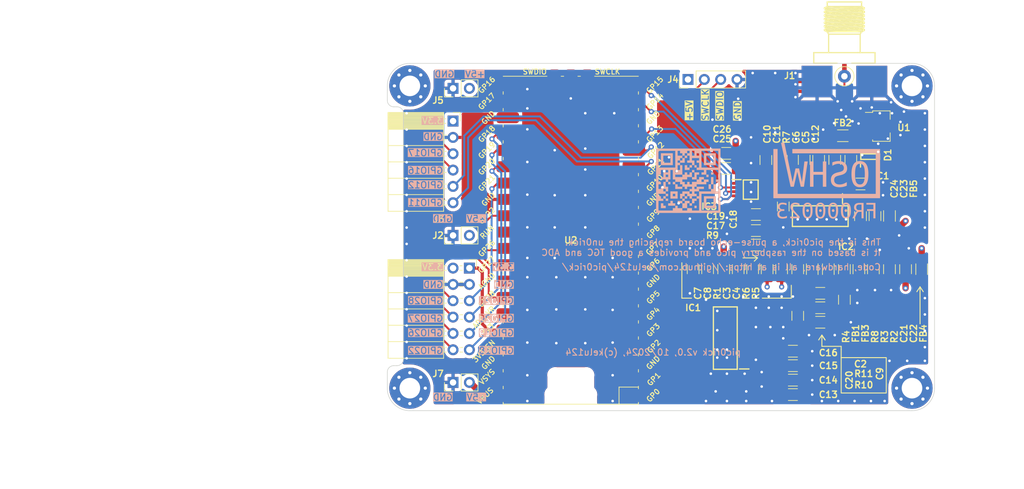
<source format=kicad_pcb>
(kicad_pcb (version 20240108) (generator "pcbnew") (generator_version "8.0")
  (title_block (title "PICO ADC TEST") (date "2024-01-31") (rev "R0.1"))
  (layers (0 "F.Cu" signal) (1 "In1.Cu" signal) (2 "In2.Cu" signal) (31 "B.Cu" signal) (34 "B.Paste" user) (35 "F.Paste" user) (36 "B.SilkS" user "B.Silkscreen") (37 "F.SilkS" user "F.Silkscreen") (38 "B.Mask" user) (39 "F.Mask" user) (44 "Edge.Cuts" user))
  (net 0 "")
  (net 1 "GND")
  (net 2 "Net-(IC2-LMD)")
  (net 3 "Net-(C2-Pad1)")
  (net 4 "TO_ADC_H")
  (net 5 "Net-(IC1-IRS)")
  (net 6 "Net-(C5-Pad1)")
  (net 7 "Net-(IC2-INH)")
  (net 8 "Net-(C6-Pad2)")
  (net 9 "+3.3V")
  (net 10 "Net-(C9-Pad1)")
  (net 11 "TO_ADC_L")
  (net 12 "Net-(IC2-LON)")
  (net 13 "Net-(IC2-VIN)")
  (net 14 "Net-(IC2-LOP)")
  (net 15 "Net-(IC2-VIP)")
  (net 16 "Net-(IC1-VCOM)")
  (net 17 "Net-(IC1-VREF)")
  (net 18 "Net-(IC1-VREFT)")
  (net 19 "Net-(IC1-VREFB)")
  (net 20 "Net-(IC2-RCLMP)")
  (net 21 "DAC_G")
  (net 22 "Net-(IC2-VCM)")
  (net 23 "Net-(IC1-VIN-)")
  (net 24 "Net-(IC1-VIN+)")
  (net 25 "5VVGA")
  (net 26 "5VLNA")
  (net 27 "Net-(U1-B)")
  (net 28 "VOH")
  (net 29 "VOL")
  (net 30 "+5V")
  (net 31 "ADC_CLK")
  (net 32 "D9")
  (net 33 "D8")
  (net 34 "D7")
  (net 35 "D6")
  (net 36 "D5")
  (net 37 "D4")
  (net 38 "D3")
  (net 39 "D2")
  (net 40 "D1")
  (net 41 "D0")
  (net 42 "Net-(IC2-HILO)")
  (net 43 "Net-(IC2-VPOS)")
  (net 44 "Net-(IC2-ENBV)")
  (net 45 "Net-(IC2-ENBL)")
  (net 46 "Net-(U1-A)")
  (net 47 "GPIO21")
  (net 48 "GPIO17")
  (net 49 "GPIO18")
  (net 50 "GPIO19")
  (net 51 "GPIO11")
  (net 52 "GPIO22")
  (net 53 "GPIO12")
  (net 54 "GPIO26")
  (net 55 "GPIO16")
  (net 56 "GPIO27")
  (net 57 "GPIO20")
  (net 58 "GPIO28")
  (net 59 "CS")
  (net 60 "SCLK")
  (net 61 "MOSI")
  (net 66 "SWCLK")
  (net 67 "SWDIO")
  (footprint "Capacitor_SMD:C_1206_3216Metric" (layer "F.Cu") (at 183.25 121)
    (property "Reference" "C13")
    (property "Value" "100nF")
  )
  (footprint "Capacitor_SMD:C_1206_3216Metric" (layer "F.Cu") (at 191.25 106.25 -90)
    (property "Reference" "C9")
    (property "Value" "100nF")
  )
  (footprint "Capacitor_SMD:C_1206_3216Metric" (layer "F.Cu") (at 198.25 101.5 90)
    (property "Reference" "C21")
    (property "Value" "1nF")
  )
  (footprint "TestPoint:TestPoint_Loop_D1.80mm_Drill1.0mm_Beaded" (layer "F.Cu") (at 191.25 71.5)
    (property "Reference" "REF**" (hide yes))
    (property "Value" "TestPoint_Loop_D1.80mm_Drill1.0mm_Beaded" (hide yes))
  )
  (footprint "Capacitor_SMD:C_1206_3216Metric" (layer "F.Cu") (at 172.8875 83.4875 180)
    (property "Reference" "C26")
    (property "Value" "100nF")
  )
  (footprint "Capacitor_SMD:C_1206_3216Metric" (layer "F.Cu") (at 172.8625 85.8375 180)
    (property "Reference" "C25")
    (property "Value" "10uF")
  )
  (footprint "PICO_ADC_Test:SOP64P600X175-20N" (layer "F.Cu") (at 187.5 93.25 -90)
    (property "Reference" "IC2")
    (property "Value" "AD8331ARQZ" (hide yes))
  )
  (footprint "Capacitor_SMD:C_1206_3216Metric" (layer "F.Cu") (at 174.75 101.5 90)
    (property "Reference" "C3")
    (property "Value" "4.7uF")
  )
  (footprint "Resistor_SMD:R_1206_3216Metric" (layer "F.Cu") (at 185 84.5 -90)
    (property "Reference" "R7")
    (property "Value" "280R")
  )
  (footprint "Capacitor_SMD:C_1206_3216Metric" (layer "F.Cu") (at 167.75 101.5 90)
    (property "Reference" "C7")
    (property "Value" "4.7uF")
  )
  (footprint "Capacitor_SMD:C_1206_3216Metric" (layer "F.Cu") (at 183.25 116.5)
    (property "Reference" "C15")
    (property "Value" "100nF")
  )
  (footprint "Resistor_SMD:R_1206_3216Metric" (layer "F.Cu") (at 172.5 101.5 -90)
    (property "Reference" "R1")
    (property "Value" "18R")
  )
  (footprint "Resistor_SMD:R_1206_3216Metric" (layer "F.Cu") (at 193.5 101.5 90)
    (property "Reference" "R3")
    (property "Value" "10K")
  )
  (footprint "Inductor_SMD:L_1206_3216Metric" (layer "F.Cu") (at 203.25 101.5 90)
    (property "Reference" "FB4")
    (property "Value" "ILHB1206ER750V")
  )
  (footprint "PICO_ADC_Test:SOT95P240X120-3N" (layer "F.Cu") (at 195.25 84 90)
    (property "Reference" "D1")
    (property "Value" "BAV99-7-F" (hide yes))
  )
  (footprint "Capacitor_SMD:C_1206_3216Metric" (layer "F.Cu") (at 184 108.75 90)
    (property "Reference" "C20")
    (property "Value" "50pF")
  )
  (footprint "Connector_PinHeader_2.54mm:PinHeader_1x04_P2.54mm_Vertical" (layer "F.Cu") (at 166.95 72 90)
    (property "Reference" "J4")
    (property "Value" "61300411121")
  )
  (footprint "Inductor_SMD:L_1206_3216Metric" (layer "F.Cu") (at 198.25 93.225 90)
    (property "Reference" "FB5")
    (property "Value" "ILHB1206ER750V")
  )
  (footprint "Capacitor_SMD:C_1206_3216Metric" (layer "F.Cu") (at 170 101.5 90)
    (property "Reference" "C8")
    (property "Value" "100nF")
  )
  (footprint "Connector_PinHeader_2.54mm:PinHeader_1x02_P2.54mm_Vertical" (layer "F.Cu") (at 130.46 96.25 90)
    (property "Reference" "J2")
    (property "Value" "1-86479-3")
  )
  (footprint "Resistor_SMD:R_1206_3216Metric" (layer "F.Cu") (at 177.5 97.75 180)
    (property "Reference" "R9")
    (property "Value" "12K")
  )
  (footprint "Inductor_SMD:L_1206_3216Metric" (layer "F.Cu") (at 188.75 101.5 -90)
    (property "Reference" "FB3")
    (property "Value" "ILHB1206ER750V")
  )
  (footprint "Capacitor_SMD:C_1206_3216Metric" (layer "F.Cu") (at 177 101.5 90)
    (property "Reference" "C4")
    (property "Value" "100nF")
  )
  (footprint "Inductor_SMD:L_1206_3216Metric" (layer "F.Cu") (at 186.25 101.5 -90)
    (property "Reference" "FB1")
    (property "Value" "ILHB1206ER750V")
  )
  (footprint "Capacitor_SMD:C_1206_3216Metric" (layer "F.Cu") (at 196 93.25 -90)
    (property "Reference" "C23")
    (property "Value" "1nF")
  )
  (footprint "MountingHole:MountingHole_3.2mm_M3_Pad_Via" (layer "F.Cu") (at 201.75 120)
    (property "Reference" "REF**" (hide yes))
    (property "Value" "MountingHole_3.2mm_M3_Pad_Via")
  )
  (footprint "Connector_PinSocket_2.54mm:PinSocket_1x06_P2.54mm_Horizontal" (layer "F.Cu") (at 130.46 78.47)
    (property "Reference" "J3")
    (property "Value" "61300611121")
  )
  (footprint "Capacitor_SMD:C_1206_3216Metric" (layer "F.Cu") (at 177.5 95.5 180)
    (property "Reference" "C17")
    (property "Value" "100nF")
  )
  (footprint "PICO_ADC_Test:MCP4812-EMS" (layer "F.Cu") (at 176.7 89.125)
    (property "Reference" "IC3")
    (property "Value" "MCP4812-E_MS" (hide yes))
  )
  (footprint "Capacitor_SMD:C_1206_3216Metric" (layer "F.Cu") (at 179.05 84.525 -90)
    (property "Reference" "C10")
    (property "Value" "100nF")
  )
  (footprint "MountingHole:MountingHole_3.2mm_M3_Pad_Via" (layer "F.Cu") (at 123.75 120)
    (property "Reference" "REF**" (hide yes))
    (property "Value" "MountingHole_3.2mm_M3_Pad_Via")
  )
  (footprint "Capacitor_SMD:C_1206_3216Metric" (layer "F.Cu") (at 189.75 84.5 -90)
    (property "Reference" "C5")
    (property "Value" "100nF")
  )
  (footprint "PICO_ADC_Test:SOP65P640X120-28N" (layer "F.Cu") (at 172.75 112.2125 180)
    (property "Reference" "IC1")
    (property "Value" "ADC10065CIMT_NOPB" (hide yes))
  )
  (footprint "Capacitor_SMD:C_1206_3216Metric" (layer "F.Cu") (at 181.45 84.525 -90)
    (property "Reference" "C11")
    (property "Value" "100nF")
  )
  (footprint "PICO_ADC_Test:AMPHENOL_132357-11" (layer "F.Cu") (at 191.25 70.75 -90)
    (property "Reference" "J1")
    (property "Value" "AMPHENOL_132357-11" (hide yes))
  )
  (footprint "Capacitor_SMD:C_1206_3216Metric" (layer "F.Cu") (at 187.25 84.5 90)
    (property "Reference" "C6")
    (property "Value" "18nF")
  )
  (footprint "MountingHole:MountingHole_3.2mm_M3_Pad_Via" (layer "F.Cu") (at 123.75 73)
    (property "Reference" "REF**" (hide yes))
    (property "Value" "MountingHole_3.2mm_M3_Pad_Via")
  )
  (footprint "Package_TO_SOT_SMD:SOT-89-3" (layer "F.Cu") (at 197 79.25)
    (property "Reference" "U1")
    (property "Value" "MD0100N8-G")
  )
  (footprint "Capacitor_SMD:C_1206_3216Metric" (layer "F.Cu") (at 200.75 101.5 90)
    (property "Reference" "C22")
    (property "Value" "100nF")
  )
  (footprint "Capacitor_SMD:C_1206_3216Metric" (layer "F.Cu") (at 193.75 93.25 -90)
    (property "Reference" "C24")
    (property "Value" "100nF")
  )
  (footprint "Inductor_SMD:L_1206_3216Metric" (layer "F.Cu") (at 191 80.75 180)
    (property "Reference" "FB2")
    (property "Value" "ILHB1206ER750V")
  )
  (footprint "Capacitor_SMD:C_1206_3216Metric" (layer "F.Cu") (at 192.25 84.5 90)
    (property "Reference" "C12")
    (property "Value" "22pF")
  )
  (footprint "Connector_PinHeader_2.54mm:PinHeader_1x02_P2.54mm_Vertical" (layer "F.Cu") (at 130.46 73.38 90)
    (property "Reference" "J5")
    (property "Value" "1-86479-3")
  )
  (footprint "Resistor_SMD:R_1206_3216Metric" (layer "F.Cu") (at 181.5 101.5 90)
    (property "Reference" "R5")
    (property "Value" "10K")
  )
  (footprint "Resistor_SMD:R_1206_3216Metric" (layer "F.Cu") (at 187.5 109.75)
    (property "Reference" "R10")
    (property "Value" "18R")
  )
  (footprint "Capacitor_SMD:C_1206_3216Metric" (layer "F.Cu") (at 181.75 91.75 -90)
    (property "Reference" "C18")
    (property "Value" "1nF")
  )
  (footprint "Capacitor_SMD:C_1206_3216Metric" (layer "F.Cu") (at 183.25 114.25)
    (property "Reference" "C16")
    (property "Value" "100nF")
  )
  (footprint "Connector_PinHeader_2.54mm:PinHeader_1x02_P2.54mm_Vertical" (layer "F.Cu") (at 130.46 119.11 90)
    (property "Reference" "J7")
    (property "Value" "1-86479-3")
  )
  (footprint "Resistor_SMD:R_1206_3216Metric" (layer "F.Cu") (at 179.25 101.5 90)
    (property "Reference" "R6")
    (property "Value" "10K")
  )
  (footprint "Resistor_SMD:R_1206_3216Metric" (layer "F.Cu") (at 184 101.5 -90)
    (property "Reference" "R4")
    (property "Value" "100R")
  )
  (footprint "Resistor_SMD:R_1206_3216Metric" (layer "F.Cu") (at 191.25 101.5 -90)
    (property "Reference" "R8")
    (property "Value" "100R")
  )
  (footprint "PICO_ADC_Test:RPi_Pico_SMD" (layer "F.Cu") (at 148.75 97 180)
    (property "Reference" "U2")
    (property "Value" "Pico")
  )
  (footprint "MountingHole:MountingHole_3.2mm_M3_Pad_Via" (layer "F.Cu") (at 201.75 73)
    (property "Reference" "REF**" (hide yes))
    (property "Value" "MountingHole_3.2mm_M3_Pad_Via")
  )
  (footprint "Capacitor_SMD:C_1206_3216Metric" (layer "F.Cu") (at 177.5 93 180)
    (property "Reference" "C19")
    (property "Value" "100nF")
  )
  (footprint "Capacitor_SMD:C_1206_3216Metric" (layer "F.Cu") (at 183.25 118.75)
    (property "Reference" "C14")
    (property "Value" "100nF")
  )
  (footprint "Resistor_SMD:R_1206_3216Metric" (layer "F.Cu") (at 187.5 107.5)
    (property "Reference" "R11")
    (property "Value" "18R")
  )
  (footprint "Capacitor_SMD:C_1206_3216Metric" (layer "F.Cu") (at 187.5 105.25)
    (property "Reference" "C2")
    (property "Value" "100nF")
  )
  (footprint "Resistor_SMD:R_1206_3216Metric" (layer "F.Cu") (at 195.75 101.5 90)
    (property "Reference" "R2")
    (property "Value" "10K")
  )
  (footprint "Connector_PinSocket_2.54mm:PinSocket_2x06_P2.54mm_Horizontal" (layer "F.Cu") (at 133 101.33)
    (property "Reference" "J6" (hide yes))
    (property "Value" "90122-0126")
  )
  (footprint "Capacitor_SMD:C_1206_3216Metric" (layer "F.Cu") (at 193.75 88.25 180)
    (property "Reference" "C1")
    (property "Value" "100nF")
  )
  (footprint "ICTAMKY_V8:qr_pic0rick" (layer "B.Cu") (at 167 87.75 180)
    (property "Reference" "G***" (hide yes))
    (property "Value" "LOGO" (hide yes))
  )
  (footprint "ICTAMKY_V8:OSHW_mask_1" (layer "B.Cu") (at 188.5 87.75 180)
    (property "Reference" "G***" (hide yes))
    (property "Value" "LOGO" (hide yes))
  )
  (gr_line (start 177.75 99.75) (end 177 99.25) (stroke (width 0.15)) (layer "F.SilkS"))
  (gr_line (start 175.5 99.75) (end 177.75 99.75) (stroke (width 0.15)) (layer "F.SilkS"))
  (gr_rect (start 190.75 115.25) (end 197.75 120.75) (stroke (width 0.15)) (fill none) (layer "F.SilkS"))
  (gr_line (start 203 104.25) (end 202.5 105) (stroke (width 0.15)) (layer "F.SilkS"))
  (gr_line (start 190.75 115.25) (end 190.75 114) (stroke (width 0.15)) (layer "F.SilkS"))
  (gr_line (start 188.25 112.5) (end 187.75 111.75) (stroke (width 0.15)) (layer "F.SilkS"))
  (gr_line (start 203 104.25) (end 203.5 105) (stroke (width 0.15)) (layer "F.SilkS"))
  (gr_line (start 190.75 113.5) (end 187.75 113.5) (stroke (width 0.15)) (layer "F.SilkS"))
  (gr_line (start 187.75 113.5) (end 187.75 111.75) (stroke (width 0.15)) (layer "F.SilkS"))
  (gr_line (start 177.75 99.75) (end 177.25 100.25) (stroke (width 0.15)) (layer "F.SilkS"))
  (gr_line (start 183 106) (end 183 104) (stroke (width 0.15)) (layer "F.SilkS"))
  (gr_line (start 203 110) (end 203 104.25) (stroke (width 0.15)) (layer "F.SilkS"))
  (gr_line (start 190.75 114) (end 190.75 113.5) (stroke (width 0.15)) (layer "F.SilkS"))
  (gr_line (start 178.5 106) (end 183 106) (stroke (width 0.15)) (layer "F.SilkS"))
  (gr_line (start 166 106) (end 166 100.5) (stroke (width 0.15)) (layer "F.SilkS"))
  (gr_line (start 187.75 111.75) (end 188.25 112.5) (stroke (width 0.15)) (layer "F.SilkS"))
  (gr_line (start 187.75 111.75) (end 187.25 112.5) (stroke (width 0.15)) (layer "F.SilkS"))
  (gr_line (start 167.5 106) (end 166 106) (stroke (width 0.15)) (layer "F.SilkS"))
  (gr_line (start 121.25 116.5) (end 121.75 116.5) (stroke (width 0.1)) (layer "Edge.Cuts"))
  (gr_arc (start 120.25 73) (mid 121.275126 70.525126) (end 123.75 69.5) (stroke (width 0.1)) (layer "Edge.Cuts"))
  (gr_line (start 121.25 76.25) (end 121.75 76.25) (stroke (width 0.1)) (layer "Edge.Cuts"))
  (gr_line (start 120.25 120) (end 120.25 117.5) (stroke (width 0.1)) (layer "Edge.Cuts"))
  (gr_line (start 205.25 73) (end 205.25 120) (stroke (width 0.1)) (layer "Edge.Cuts"))
  (gr_line (start 123.75 69.5) (end 201.75 69.5) (stroke (width 0.1)) (layer "Edge.Cuts"))
  (gr_line (start 122.75 77.25) (end 122.75 115.5) (stroke (width 0.1)) (layer "Edge.Cuts"))
  (gr_arc (start 201.75 69.5) (mid 204.224874 70.525126) (end 205.25 73) (stroke (width 0.1)) (layer "Edge.Cuts"))
  (gr_arc (start 123.75 123.5) (mid 121.275126 122.474874) (end 120.25 120) (stroke (width 0.1)) (layer "Edge.Cuts"))
  (gr_arc (start 121.75 76.25) (mid 122.457107 76.542893) (end 122.75 77.25) (stroke (width 0.1)) (layer "Edge.Cuts"))
  (gr_line (start 201.75 123.5) (end 123.75 123.5) (stroke (width 0.1)) (layer "Edge.Cuts"))
  (gr_arc (start 120.25 117.5) (mid 120.542893 116.792893) (end 121.25 116.5) (stroke (width 0.1)) (layer "Edge.Cuts"))
  (gr_arc (start 121.25 76.25) (mid 120.542893 75.957107) (end 120.25 75.25) (stroke (width 0.1)) (layer "Edge.Cuts"))
  (gr_arc (start 122.75 115.5) (mid 122.457107 116.207107) (end 121.75 116.5) (stroke (width 0.1)) (layer "Edge.Cuts"))
  (gr_arc (start 205.25 120) (mid 204.224874 122.474874) (end 201.75 123.5) (stroke (width 0.1)) (layer "Edge.Cuts"))
  (gr_line (start 120.25 75.25) (end 120.25 73) (stroke (width 0.1)) (layer "Edge.Cuts"))
  (gr_text "GND" (at 129 104.5 0) (layer "B.SilkS" knockout) (effects (font (size 1 1)) (justify left bottom mirror)))
  (gr_text "3.3V" (at 129 101.75 0) (layer "B.SilkS" knockout) (effects (font (size 1 1)) (justify left bottom mirror)))
  (gr_text "GND" (at 140 104.5 0) (layer "B.SilkS" knockout) (effects (font (size 1 1)) (justify left bottom mirror)))
  (gr_text "GND" (at 130.5 94.25 0) (layer "B.SilkS" knockout) (effects (font (size 1 1)) (justify left bottom mirror)))
  (gr_text "3.3V" (at 140 101.75 0) (layer "B.SilkS" knockout) (effects (font (size 1 1)) (justify left bottom mirror)))
  (gr_text "GPIO16" (at 129 86.75 0) (layer "B.SilkS" knockout) (effects (font (size 1 1)) (justify left bottom mirror)))
  (gr_text "GPIO19" (at 140 112 0) (layer "B.SilkS" knockout) (effects (font (size 1 1)) (justify left bottom mirror)))
  (gr_text "GND" (at 130.5 122 0) (layer "B.SilkS" knockout) (effects (font (size 1 1)) (justify left bottom mirror)))
  (gr_text "GPIO11" (at 129 91.75 0) (layer "B.SilkS" knockout) (effects (font (size 1 1)) (justify left bottom mirror)))
  (gr_text "GPIO28" (at 129 107 0) (layer "B.SilkS" knockout) (effects (font (size 1 1)) (justify left bottom mirror)))
  (gr_text "GND" (at 129 81.5 0) (layer "B.SilkS" knockout) (effects (font (size 1 1)) (justify left bottom mirror)))
  (gr_text "3.3V" (at 129 79 0) (layer "B.SilkS" knockout) (effects (font (size 1 1)) (justify left bottom mirror)))
  (gr_text "pic0rick v2.0, 10/2024, (c)kelu124" (at 175.25 115 0) (layer "B.SilkS") (effects (font (size 1 1)) (justify left bottom mirror)))
  (gr_text "GPIO26" (at 129 112 0) (layer "B.SilkS" knockout) (effects (font (size 1 1)) (justify left bottom mirror)))
  (gr_text "+5V" (at 135.75 122 0) (layer "B.SilkS" knockout) (effects (font (size 1 1)) (justify left bottom mirror)))
  (gr_text "GPIO22" (at 129 114.75 0) (layer "B.SilkS" knockout) (effects (font (size 1 1)) (justify left bottom mirror)))
  (gr_text "Code, hardware, all is at https://github.com/kelu124/pic0rick/" (at 197 101.75 0) (layer "B.SilkS") (effects (font (size 1 1)) (justify left bottom mirror)))
  (gr_text "GND" (at 130.75 71.75 0) (layer "B.SilkS" knockout) (effects (font (size 1 1)) (justify left bottom mirror)))
  (gr_text "GPIO20" (at 140 109.75 0) (layer "B.SilkS" knockout) (effects (font (size 1 1)) (justify left bottom mirror)))
  (gr_text "GPIO12" (at 129 89 0) (layer "B.SilkS" knockout) (effects (font (size 1 1)) (justify left bottom mirror)))
  (gr_text "GPIO21" (at 140 107 0) (layer "B.SilkS" knockout) (effects (font (size 1 1)) (justify left bottom mirror)))
  (gr_text "GPIO17" (at 129 84 0) (layer "B.SilkS" knockout) (effects (font (size 1 1)) (justify left bottom mirror)))
  (gr_text "GPIO27" (at 129 109.75 0) (layer "B.SilkS" knockout) (effects (font (size 1 1)) (justify left bottom mirror)))
  (gr_text "+5V" (at 135.75 94.25 0) (layer "B.SilkS" knockout) (effects (font (size 1 1)) (justify left bottom mirror)))
  (gr_text "GPIO18" (at 140 114.75 0) (layer "B.SilkS" knockout) (effects (font (size 1 1)) (justify left bottom mirror)))
  (gr_text "This is the pic0rick, a pulse-echo board replacing the un0rick.\nIt is based on the raspberry pico and provides a good TGC and ADC" (at 197 99.5 0) (layer "B.SilkS") (effects (font (size 1 1)) (justify left bottom mirror)))
  (gr_text "+5V" (at 135.5 71.75 0) (layer "B.SilkS" knockout) (effects (font (size 1 1)) (justify left bottom mirror)))
  (gr_text "SWDIO" (at 172.5 78.5 90) (layer "F.SilkS" knockout) (effects (font (size 1 1)) (justify left bottom)))
  (gr_text "+5V" (at 167.75 78.5 90) (layer "F.SilkS" knockout) (effects (font (size 1 1)) (justify left bottom)))
  (gr_text "SWCLK" (at 170.25 78.5 90) (layer "F.SilkS" knockout) (effects (font (size 1 1)) (justify left bottom)))
  (gr_text "GND\n" (at 175.25 78.5 90) (layer "F.SilkS" knockout) (effects (font (size 1 1)) (justify left bottom)))
  (segment (start 177.5 107.5) (end 177.5 107.25) (width 0.5) (layer "F.Cu") (net 1))
  (segment (start 177.4875 110.5) (end 177.25 110.7375) (width 0.5) (layer "F.Cu") (net 1))
  (segment (start 171.1 111.8875) (end 171.5 111.4875) (width 0.45) (layer "F.Cu") (net 1))
  (segment (start 185.26 90.535) (end 185.26 92.24) (width 0.4) (layer "F.Cu") (net 1))
  (segment (start 188.46 93.79) (end 188.46 95.965) (width 0.4) (layer "F.Cu") (net 1))
  (segment (start 187 72.325) (end 187 76.3) (width 0.5) (layer "F.Cu") (net 1))
  (segment (start 187.18 90.535) (end 187.18 92.43) (width 0.4) (layer "F.Cu") (net 1))
  (segment (start 169.812 106.312) (end 169.75 106.25) (width 0.45) (layer "F.Cu") (net 1))
  (segment (start 171.5 111.4875) (end 171.5 110.9875) (width 0.5) (layer "F.Cu") (net 1))
  (segment (start 177.05 115.1375) (end 175.688 115.1375) (width 0.45) (layer "F.Cu") (net 1))
  (segment (start 178.9 90.1) (end 177.45 90.1) (width 0.45) (layer "F.Cu") (net 1))
  (segment (start 186.5 73.85) (end 182.9 73.85) (width 0.5) (layer "F.Cu") (net 1))
  (segment (start 188.5 93.75) (end 188.46 93.79) (width 0.4) (layer "F.Cu") (net 1))
  (segment (start 186.75 70.75) (end 183.15 70.75) (width 0.5) (layer "F.Cu") (net 1))
  (segment (start 190.38 94.13) (end 190.38 95.965) (width 0.4) (layer "F.Cu") (net 1))
  (segment (start 169.812 111.8875) (end 171.1 111.8875) (width 0.45) (layer "F.Cu") (net 1))
  (segment (start 169.812 116.4375) (end 169.812 117.438) (width 0.45) (layer "F.Cu") (net 1))
  (segment (start 169.812 107.9875) (end 171.5 107.9875) (width 0.45) (layer "F.Cu") (net 1))
  (segment (start 175.688 107.9875) (end 175.688 106.812) (width 0.45) (layer "F.Cu") (net 1))
  (segment (start 175.688 106.812) (end 175.75 106.75) (width 0.5) (layer "F.Cu") (net 1))
  (segment (start 176.0375 97.75) (end 176.0375 98.0375) (width 0.5) (layer "F.Cu") (net 1))
  (segment (start 176.0375 98.0375) (end 177 99) (width 0.5) (layer "F.Cu") (net 1))
  (segment (start 178.9 88.8) (end 177 88.8) (width 0.45) (layer "F.Cu") (net 1))
  (segment (start 177.0125 107.9875) (end 177.5 107.5) (width 0.45) (layer "F.Cu") (net 1))
  (segment (start 183.4 72.325) (end 182.825 72.325) (width 0.5) (layer "F.Cu") (net 1))
  (segment (start 176.9375 109.9375) (end 175.688 109.9375) (width 0.45) (layer "F.Cu") (net 1))
  (segment (start 175.688 107.9875) (end 177.0125 107.9875) (width 0.45) (layer "F.Cu") (net 1))
  (segment (start 195.5 72.325) (end 195.5 76.35) (width 0.5) (layer "F.Cu") (net 1))
  (segment (start 177.5 115.5875) (end 177.05 115.1375) (width 0.45) (layer "F.Cu") (net 1))
  (segment (start 176.95 88.85) (end 177 88.8) (width 0.5) (layer "F.Cu") (net 1))
  (segment (start 177 99) (end 177 100.025) (width 0.5) (layer "F.Cu") (net 1))
  (segment (start 177.5 110.5) (end 176.9375 109.9375) (width 0.45) (layer "F.Cu") (net 1))
  (segment (start 182.825 72.325) (end 182.55 72.6) (width 0.5) (layer "F.Cu") (net 1))
  (segment (start 177.5 110.5) (end 177.4875 110.5) (width 0.5) (layer "F.Cu") (net 1))
  (segment (start 187 72.325) (end 183.4 72.325) (width 0.5) (layer "F.Cu") (net 1))
  (segment (start 169.812 107.9875) (end 169.812 106.312) (width 0.45) (layer "F.Cu") (net 1))
  (segment (start 169.812 116.4375) (end 171.5625 116.4375) (width 0.45) (layer "F.Cu") (net 1))
  (segment (start 171.5625 116.4375) (end 172.25 115.75) (width 0.5) (layer "F.Cu") (net 1))
  (segment (start 190 93.75) (end 190.38 94.13) (width 0.4) (layer "F.Cu") (net 1))
  (via (at 179.75 110.5) (size 0.8) (drill 0.4) (layers "F.Cu" "B.Cu") (net 1))
  (via (at 123.25 112.81) (size 0.8) (drill 0.4) (layers "F.Cu" "B.Cu") (net 1))
  (via (at 203.75 84.87) (size 0.8) (drill 0.4) (layers "F.Cu" "B.Cu") (net 1))
  (via (at 183.75 81.25) (size 0.8) (drill 0.4) (layers "F.Cu" "B.Cu") (net 1))
  (via (at 176.75 91) (size 0.8) (drill 0.4) (layers "F.Cu" "B.Cu") (net 1))
  (via (at 193.45 78.85) (size 0.8) (drill 0.4) (layers "F.Cu" "B.Cu") (net 1))
  (via (at 177.5 107.5) (size 0.8) (drill 0.4) (layers "F.Cu" "B.Cu") (net 1))
  (via (at 203.75 95.03) (size 0.8) (drill 0.4) (layers "F.Cu" "B.Cu") (net 1))
  (via (at 203.75 82.33) (size 0.8) (drill 0.4) (layers "F.Cu" "B.Cu") (net 1))
  (via (at 142 73.5) (size 0.8) (drill 0.4) (layers "F.Cu" "B.Cu") (net 1))
  (via (at 194.75 96.75) (size 0.8) (drill 0.4) (layers "F.Cu" "B.Cu") (net 1))
  (via (at 173 96) (size 0.8) (drill 0.4) (layers "F.Cu" "B.Cu") (net 1))
  (via (at 190.29 122) (size 0.8) (drill 0.4) (layers "F.Cu" "B.Cu") (net 1))
  (via (at 179.5 107.5) (size 0.8) (drill 0.4) (layers "F.Cu" "B.Cu") (net 1))
  (via (at 146.25 95) (size 0.8) (drill 0.4) (layers "F.Cu" "B.Cu") (net 1))
  (via (at 123.25 84.87) (size 0.8) (drill 0.4) (layers "F.Cu" "B.Cu") (net 1))
  (via (at 186.25 116.5) (size 0.8) (drill 0.4) (layers "F.Cu" "B.Cu") (net 1))
  (via (at 151 113) (size 0.8) (drill 0.4) (layers "F.Cu" "B.Cu") (net 1))
  (via (at 180.5 71) (size 0.8) (drill 0.4) (layers "F.Cu" "B.Cu") (net 1))
  (via (at 198.5 75.55) (size 0.8) (drill 0.4) (layers "F.Cu" "B.Cu") (net 1))
  (via (at 169.75 106.25) (size 0.8) (drill 0.4) (layers "F.Cu" "B.Cu") (net 1))
  (via (at 194 83.75) (size 0.8) (drill 0.4) (layers "F.Cu" "B.Cu") (net 1))
  (via (at 192.83 122) (size 0.8) (drill 0.4) (layers "F.Cu" "B.Cu") (net 1))
  (via (at 151 90) (size 0.8) (drill 0.4) (layers "F.Cu" "B.Cu") (net 1))
  (via (at 181.5 105.75) (size 0.8) (drill 0.4) (layers "F.Cu" "B.Cu") (net 1))
  (via (at 165.5 91.25) (size 0.8) (drill 0.4) (layers "F.Cu" "B.Cu") (net 1))
  (via (at 163 88.75) (size 0.8) (drill 0.4) (layers "F.Cu" "B.Cu") (net 1))
  (via (at 183.65 71) (size 0.8) (drill 0.4) (layers "F.Cu" "B.Cu") (net 1))
  (via (at 176 120.5) (size 0.8) (drill 0.4) (layers "F.Cu" "B.Cu") (net 1))
  (via (at 187 93.75) (size 0.8) (drill 0.4) (layers "F.Cu" "B.Cu") (net 1))
  (via (at 203.75 92.49) (size 0.8) (drill 0.4) (layers "F.Cu" "B.Cu") (net 1))
  (via (at 123.25 89.95) (size 0.8) (drill 0.4) (layers "F.Cu" "B.Cu") (net 1))
  (via (at 123.25 100.11) (size 0.8) (drill 0.4) (layers "F.Cu" "B.Cu") (net 1))
  (via (at 183.65 72.75) (size 0.8) (drill 0.4) (layers "F.Cu" "B.Cu") (net 1))
  (via (at 203.75 79.79) (size 0.8) (drill 0.4) (layers "F.Cu" "B.Cu") (net 1))
  (via (at 142 122) (size 0.8) (drill 0.4) (layers "F.Cu" "B.Cu") (net 1))
  (via (at 171.5 114) (size 0.8) (drill 0.4) (layers "F.Cu" "B.Cu") (net 1))
  (via (at 196.5 83.25) (size 0.8) (drill 0.4) (layers "F.Cu" "B.Cu") (net 1))
  (via (at 155.5 77.25) (size 0.8) (drill 0.4) (layers "F.Cu" "B.Cu") (net 1))
  (via (at 203.75 106) (size 0.8) (drill 0.4) (layers "F.Cu" "B.Cu") (net 1))
  (via (at 169.75 122) (size 0.8) (drill 0.4) (layers "F.Cu" "B.Cu") (net 1))
  (via (at 193.25 106.75) (size 0.8) (drill 0.4) (layers "F.Cu" "B.Cu") (net 1))
  (via (at 146.5 102.75) (size 0.8) (drill 0.4) (layers "F.Cu" "B.Cu") (net 1))
  (via (at 173 117.75) (size 0.8) (drill 0.4) (layers "F.Cu" "B.Cu") (net 1))
  (via (at 178.4 117.5) (size 0.8) (drill 0.4) (layers "F.Cu" "B.Cu") (net 1))
  (via (at 189.75 111.75) (size 0.8) (drill 0.4) (layers "F.Cu" "B.Cu") (net 1))
  (via (at 196.75 77.25) (size 0.8) (drill 0.4) (layers "F.Cu" "B.Cu") (net 1))
  (via (at 142 102.75) (size 0.8) (drill 0.4) (layers "F.Cu" "B.Cu") (net 1))
  (via (at 155.25 122) (size 0.8) (drill 0.4) (layers "F.Cu" "B.Cu") (net 1))
  (via (at 163.25 86.25) (size 0.8) (drill 0.4) (layers "F.Cu" "B.Cu") (net 1))
  (via (at 186.25 114.25) (size 0.8) (drill 0.4) (layers "F.Cu" "B.Cu") (net 1))
  (via (at 123.25 77.25) (size 0.8) (drill 0.4) (layers "F.Cu" "B.Cu") (net 1))
  (via (at 203.75 89.95) (size 0.8) (drill 0.4) (layers "F.Cu" "B.Cu") (net 1))
  (via (at 151 77.25) (size 0.8) (drill 0.4) (layers "F.Cu" "B.Cu") (net 1))
  (via (at 171.5 107.9875) (size 0.8) (drill 0.4) (layers "F.Cu" "B.Cu") (net 1))
  (via (at 198.5 104.75) (size 0.8) (drill 0.4) (layers "F.Cu" "B.Cu") (net 1))
  (via (at 197.5 122) (size 0.8) (drill 0.4) (layers "F.Cu" "B.Cu") (net 1))
  (via (at 187.95 79.8) (size 0.8) (drill 0.4) (layers "F.Cu" "B.Cu") (net 1))
  (via (at 198.25 115.75) (size 0.8) (drill 0.4) (layers "F.Cu" "B.Cu") (net 1))
  (via (at 177 71) (size 0.8) (drill 0.4) (layers "F.Cu" "B.Cu") (net 1))
  (via (at 192.5 78.5) (size 0.8) (drill 0.4) (layers "F.Cu" "B.Cu") (net 1))
  (via (at 151 86) (size 0.8) (drill 0.4) (layers "F.Cu" "B.Cu") (net 1))
  (via (at 123.25 92.49) (size 0.8) (drill 0.4) (layers "F.Cu" "B.Cu") (net 1))
  (via (at 184 93.75) (size 0.8) (drill 0.4) (layers "F.Cu" "B.Cu") (net 1))
  (via (at 177.5 115.5875) (size 0.8) (drill 0.4) (layers "F.Cu" "B.Cu") (net 1))
  (via (at 174.75 75) (size 0.8) (drill 0.4) (layers "F.Cu" "B.Cu") (net 1))
  (via (at 123.25 110.27) (size 0.8) (drill 0.4) (layers "F.Cu" "B.Cu") (net 1))
  (via (at 178.4 119.75) (size 0.8) (drill 0.4) (layers "F.Cu" "B.Cu") (net 1))
  (via (at 181.75 112.25) (size 0.8) (drill 0.4) (layers "F.Cu" "B.Cu") (net 1))
  (via (at 201.25 98.25) (size 0.8) (drill 0.4) (layers "F.Cu" "B.Cu") (net 1))
  (via (at 171.25 120.5) (size 0.8) (drill 0.4) (layers "F.Cu" "B.Cu") (net 1))
  (via (at 123.25 97.57) (size 0.8) (drill 0.4) (layers "F.Cu" "B.Cu") (net 1))
  (via (at 146.25 99.75) (size 0.8) (drill 0.4) (layers "F.Cu" "B.Cu") (net 1))
  (via (at 170.75 78.25) (size 0.8) (drill 0.4) (layers "F.Cu" "B.Cu") (net 1))
  (via (at 142 84.83) (size 0.8) (drill 0.4) (layers "F.Cu" "B.Cu") (net 1))
  (via (at 123.25 115.35) (size 0.8) (drill 0.4) (layers "F.Cu" "B.Cu") (net 1))
  (via (at 170.5 117.75) (size 0.8) (drill 0.4) (layers "F.Cu" "B.Cu") (net 1))
  (via (at 191.5 93.75) (size 0.8) (drill 0.4) (layers "F.Cu" "B.Cu") (net 1))
  (via (at 123.25 102.65) (size 0.8) (drill 0.4) (layers "F.Cu" "B.Cu") (net 1))
  (via (at 196 104.75) (size 0.8) (drill 0.4) (layers "F.Cu" "B.Cu") (net 1))
  (via (at 189.65 78.8) (size 0.8) (drill 0.4) (layers "F.Cu" "B.Cu") (net 1))
  (via (at 195.5 76.35) (size 0.8) (drill 0.4) (layers "F.Cu" "B.Cu") (net 1))
  (via (at 142 76.5) (size 0.8) (drill 0.4) (layers "F.Cu" "B.Cu") (net 1))
  (via (at 188.5 93.75) (size 0.8) (drill 0.4) (layers "F.Cu" "B.Cu") (net 1))
  (via (at 198.65 77.25) (size 0.8) (drill 0.4) (layers "F.Cu" "B.Cu") (net 1))
  (via (at 195.37 122) (size 0.8) (drill 0.4) (layers "F.Cu" "B.Cu") (net 1))
  (via (at 176.75 89.5) (size 0.8) (drill 0.4) (layers "F.Cu" "B.Cu") (net 1))
  (via (at 142 89.91) (size 0.8) (drill 0.4) (layers "F.Cu" "B.Cu") (net 1))
  (via (at 186.25 121) (size 0.8) (drill 0.4) (layers "F.Cu" "B.Cu") (net 1))
  (via (at 175.55 105.8) (size 0.8) (drill 0.4) (layers "F.Cu" "B.Cu") (net 1))
  (via (at 142 99.75) (size 0.8) (drill 0.4) (layers "F.Cu" "B.Cu") (net 1))
  (via (at 203.75 87.41) (size 0.8) (drill 0.4) (layers "F.Cu" "B.Cu") (net 1))
  (via (at 181.75 110.5) (size 0.8) (drill 0.4) (layers "F.Cu" "B.Cu") (net 1))
  (via (at 177.5 110.5) (size 0.8) (drill 0.4) (layers "F.Cu" "B.Cu") (net 1))
  (via (at 186.5 81.25) (size 0.8) (drill 0.4) (layers "F.Cu" "B.Cu") (net 1))
  (via (at 197.25 90) (size 0.8) (drill 0.4) (layers "F.Cu" "B.Cu") (net 1))
  (via (at 146.5 113) (size 0.8) (drill 0.4) (layers "F.Cu" "B.Cu") (net 1))
  (via (at 169 98.25) (size 0.8) (drill 0.4) (layers "F.Cu" "B.Cu") (net 1))
  (via (at 173 93.5) (size 0.8) (drill 0.4) (layers "F.Cu" "B.Cu") (net 1))
  (via (at 151 82.75) (size 0.8) (drill 0.4) (layers "F.Cu" "B.Cu") (net 1))
  (via (at 175.75 117.75) (size 0.8) (drill 0.4) (layers "F.Cu" "B.Cu") (net 1))
  (via (at 190.2 75.4) (size 0.8) (drill 0.4) (layers "F.Cu" "B.Cu") (net 1))
  (via (at 203.75 77.25) (size 0.8) (drill 0.4) (layers "F.Cu" "B.Cu") (net 1))
  (via (at 151 95) (size 0.8) (drill 0.4) (layers "F.Cu" "B.Cu") (net 1))
  (via (at 199.95 80.65) (size 0.8) (drill 0.4) (layers "F.Cu" "B.Cu") (net 1))
  (via (at 155.25 117.99) (size 0.8) (drill 0.4) (layers "F.Cu" "B.Cu") (net 1))
  (via (at 146.25 83) (size 0.8) (drill 0.4) (layers "F.Cu" "B.Cu") (net 1))
  (via (at 196.75 98.5) (size 0.8) (drill 0.4) (layers "F.Cu" "B.Cu") (net 1))
  (via (at 165.2 86.25) (size 0.8) (drill 0.4) (layers "F.Cu" "B.Cu") (net 1))
  (via (at 171.5 110.9875) (size 0.8) (drill 0.4) (layers "F.Cu" "B.Cu") (net 1))
  (via (at 203.75 108.54) (size 0.8) (drill 0.4) (layers "F.Cu" "B.Cu") (net 1))
  (via (at 123.25 107.73) (size 0.8) (drill 0.4) (layers "F.Cu" "B.Cu") (net 1))
  (via (at 173 122) (size 0.8) (drill 0.4) (layers "F.Cu" "B.Cu") (net 1))
  (via (at 183.65 74.75) (size 0.8) (drill 0.4) (layers "F.Cu" "B.Cu") (net 1))
  (via (at 193.75 76.5) (size 0.8) (drill 0.4) (layers "F.Cu" "B.Cu") (net 1))
  (via (at 123.25 87.41) (size 0.8) (drill 0.4) (layers "F.Cu" "B.Cu") (net 1))
  (via (at 170.75 98.25) (size 0.8) (drill 0.4) (layers "F.Cu" "B.Cu") (net 1))
  (via (at 199.75 96.25) (size 0.8) (drill 0.4) (layers "F.Cu" "B.Cu") (net 1))
  (via (at 185.75 111.75) (size 0.8) (drill 0.4) (layers "F.Cu" "B.Cu") (net 1))
  (via (at 155.25 107.83) (size 0.8) (drill 0.4) (layers "F.Cu" "B.Cu") (net 1))
  (via (at 193.25 104.75) (size 0.8) (drill 0.4) (layers "F.Cu" "B.Cu") (net 1))
  (via (at 142 117.99) (size 0.8) (drill 0.4) (layers "F.Cu" "B.Cu") (net 1))
  (via (at 190 93.75) (size 0.8) (drill 0.4) (layers "F.Cu" "B.Cu") (net 1))
  (via (at 180.5 80.25) (size 0.8) (drill 0.4) (layers "F.Cu" "B.Cu") (net 1))
  (via (at 199.95 78.6) (size 0.8) (drill 0.4) (layers "F.Cu" "B.Cu") (net 1))
  (via (at 167.25 93.65) (size 0.8) (drill 0.4) (layers "F.Cu" "B.Cu") (net 1))
  (via (at 167.25 105.25) (size 0.8) (drill 0.4) (layers "F.Cu" "B.Cu") (net 1))
  (via (at 155.25 112.91) (size 0.8) (drill 0.4) (layers "F.Cu" "B.Cu") (net 1))
  (via (at 142 112.91) (size 0.8) (drill 0.4) (layers "F.Cu" "B.Cu") (net 1))
  (via (at 175 78.25) (size 0.8) (drill 0.4) (layers "F.Cu" "B.Cu") (net 1))
  (via (at 203.75 115.75) (size 0.8) (drill 0.4) (layers "F.Cu" "B.Cu") (net 1))
  (via (at 203.75 111.08) (size 0.8) (drill 0.4) (layers "F.Cu" "B.Cu") (net 1))
  (via (at 173 115.25) (size 0.8) (drill 0.4) (layers "F.Cu" "B.Cu") (net 1))
  (via (at 200.5 77) (size 0.8) (drill 0.4) (layers "F.Cu" "B.Cu") (net 1))
  (via (at 176.75 81) (size 0.8) (drill 0.4) (layers "F.Cu" "B.Cu") (net 1))
  (via (at 151 107.75) (size 0.8) (drill 0.4) (layers "F.Cu" "B.Cu") (net 1))
  (via (at 142 79.75) (size 0.8) (drill 0.4) (layers "F.Cu" "B.Cu") (net 1))
  (via (at 203.75 113.62) (size 0.8) (drill 0.4) (layers "F.Cu" "B.Cu") (net 1))
  (via (at 142 107.83) (size 0.8) (drill 0.4) (layers "F.Cu" "B.Cu") (net 1))
  (via (at 180 122) (size 0.8) (drill 0.4) (layers "F.Cu" "B.Cu") (net 1))
  (via (at 176 122) (size 0.8) (drill 0.4) (layers "F.Cu" "B.Cu") (net 1))
  (via (at 201 115.75) (size 0.8) (drill 0.4) (layers "F.Cu" "B.Cu") (net 1))
  (via (at 196.5 82) (size 0.8) (drill 0.4) (layers "F.Cu" "B.Cu") (net 1))
  (via (at 155.25 102.75) (size 0.8) (drill 0.4) (layers "F.Cu" "B.Cu") (net 1))
  (via (at 151 102.75) (size 0.8) (drill 0.4) (layers "F.Cu" "B.Cu") (net 1))
  (via (at 192 96.75) (size 0.8) (drill 0.4) (layers "F.Cu" "B.Cu") (net 1))
  (via (at 190.75 76.75) (size 0.8) (drill 0.4) (layers "F.Cu" "B.Cu") (net 1))
  (via (at 167.25 98.25) (size 0.8) (drill 0.4) (layers "F.Cu" "B.Cu") (net 1))
  (via (at 198 81.2) (size 0.8) (drill 0.4) (layers "F.Cu" "B.Cu") (net 1))
  (via (at 176.75 85) (size 0.8) (drill 0.4) (layers "F.Cu" "B.Cu") (net 1))
  (via (at 123.25 95.03) (size 0.8) (drill 0.4) (layers "F.Cu" "B.Cu") (net 1))
  (via (at 192.25 109.75) (size 0.8) (drill 0.4) (layers "F.Cu" "B.Cu") (net 1))
  (via (at 186.25 118.75) (size 0.8) (drill 0.4) (layers "F.Cu" "B.Cu") (net 1))
  (via (at 183.25 105.75) (size 0.8) (drill 0.4) (layers "F.Cu" "B.Cu") (net 1))
  (via (at 123.25 105.19) (size 0.8) (drill 0.4) (layers "F.Cu" "B.Cu") (net 1))
  (via (at 173 114) (size 0.8) (drill 0.4) (layers "F.Cu" "B.Cu") (net 1))
  (via (at 177.5 105.75) (size 0.8) (drill 0.4) (layers "F.Cu" "B.Cu") (net 1))
  (via (at 197.25 88) (size 0.8) (drill 0.4) (layers "F.Cu" "B.Cu") (net 1))
  (via (at 142 94.99) (size 0.8) (drill 0.4) (layers "F.Cu" "B.Cu") (net 1))
  (via (at 123.25 82.33) (size 0.8) (drill 0.4) (layers "F.Cu" "B.Cu") (net 1))
  (via (at 181.5 107.5) (size 0.8) (drill 0.4) (layers "F.Cu" "B.Cu") (net 1))
  (via (at 187.75 122) (size 0.8) (drill 0.4) (layers "F.Cu" "B.Cu") (net 1))
  (via (at 179.5 105.75) (size 0.8) (drill 0.4) (layers "F.Cu" "B.Cu") (net 1))
  (via (at 192.45 75.4) (size 0.8) (drill 0.4) (layers "F.Cu" "B.Cu") (net 1))
  (via (at 123.25 79.79) (size 0.8) (drill 0.4) (layers "F.Cu" "B.Cu") (net 1))
  (via (at 146.5 107.75) (size 0.8) (drill 0.4) (layers "F.Cu" "B.Cu") (net 1))
  (via (at 171.5 115.25) (size 0.8) (drill 0.4) (layers "F.Cu" "B.Cu") (net 1))
  (via (at 185.5 93.75) (size 0.8) (drill 0.4) (layers "F.Cu" "B.Cu") (net 1))
  (via (at 181.75 95) (size 0.8) (drill 0.4) (layers "F.Cu" "B.Cu") (net 1))
  (via (at 148.75 74.95) (size 0.8) (drill 0.4) (layers "F.Cu" "B.Cu") (net 1))
  (via (at 176.75 88) (size 0.8) (drill 0.4) (layers "F.Cu" "B.Cu") (net 1))
  (via (at 155.25 99.75) (size 0.8) (drill 0.4) (layers "F.Cu" "B.Cu") (net 1))
  (via (at 191.5 77.75) (size 0.8) (drill 0.4) (layers "F.Cu" "B.Cu") (net 1))
  (via (at 146.25 90) (size 0.8) (drill 0.4) (layers "F.Cu" "B.Cu") (net 1))
  (via (at 164 84.1) (size 0.8) (drill 0.4) (layers "F.Cu" "B.Cu") (net 1))
  (segment (start 182.9625 72) (end 186.4375 72) (width 0.5) (layer "B.Cu") (net 1))
  (segment (start 195.5 72.525) (end 195.5 76.35) (width 0.5) (layer "B.Cu") (net 1))
  (segment (start 182.9625 70.75) (end 186.4375 70.75) (width 0.5) (layer "B.Cu") (net 1))
  (segment (start 187.8125 73.3) (end 191.2875 73.3) (width 0.5) (layer "B.Cu") (net 1))
  (segment (start 187 72.325) (end 187 75.8) (width 0.5) (layer "B.Cu") (net 1))
  (segment (start 191.6625 73.3) (end 195.1375 73.3) (width 0.5) (layer "B.Cu") (net 1))
  (segment (start 182.8125 73.3) (end 186.2875 73.3) (width 0.5) (layer "B.Cu") (net 1))
  (segment (start 190.38 90.535) (end 190.38 88.62) (width 0.3) (layer "F.Cu") (net 2))
  (segment (start 190.38 88.62) (end 190.75 88.25) (width 0.3) (layer "F.Cu") (net 2))
  (segment (start 190.75 88.25) (end 192.275 88.25) (width 0.3) (layer "F.Cu") (net 2))
  (segment (start 186.025 105.25) (end 184.75 105.25) (width 0.3) (layer "F.Cu") (net 3))
  (segment (start 184 104.5) (end 184 102.9625) (width 0.3) (layer "F.Cu") (net 3))
  (segment (start 184 102.9625) (end 186.1375 102.9625) (width 0.3) (layer "F.Cu") (net 3))
  (segment (start 184.75 105.25) (end 184 104.5) (width 0.3) (layer "F.Cu") (net 3))
  (segment (start 186.1375 102.9625) (end 186.25 103.075) (width 0.3) (layer "F.Cu") (net 3))
  (segment (start 188.9625 105.2625) (end 188.9625 107.5) (width 0.3) (layer "F.Cu") (net 4))
  (segment (start 188.975 105.25) (end 188.9625 105.2625) (width 0.3) (layer "F.Cu") (net 4))
  (segment (start 174.75 102.725) (end 177 102.725) (width 0.5) (layer "F.Cu") (net 5))
  (segment (start 174.1625 110.5875) (end 174.15 110.6) (width 0.45) (layer "F.Cu") (net 5))
  (segment (start 174.7 113.8375) (end 174.2125 113.8375) (width 0.45) (layer "F.Cu") (net 5))
  (segment (start 174.4 113.8375) (end 174.15 113.5875) (width 0.45) (layer "F.Cu") (net 5))
  (segment (start 174.513 110.5875) (end 174.2255 110.3) (width 0.45) (layer "F.Cu") (net 5))
  (segment (start 174.25 110.9) (end 174.325 110.825) (width 0.45) (layer "F.Cu") (net 5))
  (segment (start 174.15 113.9) (end 174.15 113.5875) (width 0.45) (layer "F.Cu") (net 5))
  (segment (start 175.688 111.2375) (end 174.65 111.2375) (width 0.45) (layer "F.Cu") (net 5))
  (segment (start 174.75 102.725) (end 174.7375 102.7125) (width 0.5) (layer "F.Cu") (net 5))
  (segment (start 174.6 110.5875) (end 174.5625 110.5875) (width 0.45) (layer "F.Cu") (net 5))
  (segment (start 174.65 111.2375) (end 174.5625 111.2375) (width 0.45) (layer "F.Cu") (net 5))
  (segment (start 174.15 103.325) (end 174.75 102.725) (width 0.45) (layer "F.Cu") (net 5))
  (segment (start 174.325 110.825) (end 174.15 111) (width 0.45) (layer "F.Cu") (net 5))
  (segment (start 174.65 111.2375) (end 174.1875 111.2375) (width 0.45) (layer "F.Cu") (net 5))
  (segment (start 174.1875 111.2375) (end 174.15 111.2) (width 0.45) (layer "F.Cu") (net 5))
  (segment (start 174.5625 111.2375) (end 174.15 111.65) (width 0.45) (layer "F.Cu") (net 5))
  (segment (start 174.6875 113.8375) (end 174.15 113.3) (width 0.45) (layer "F.Cu") (net 5))
  (segment (start 174.2125 113.8375) (end 174.15 113.9) (width 0.45) (layer "F.Cu") (net 5))
  (segment (start 174.5625 110.5875) (end 174.325 110.825) (width 0.45) (layer "F.Cu") (net 5))
  (segment (start 174.65 111.2375) (end 174.5875 111.2375) (width 0.45) (layer "F.Cu") (net 5))
  (segment (start 174.6875 115.7875) (end 175.688 115.7875) (width 0.45) (layer "F.Cu") (net 5))
  (segment (start 175.688 110.5875) (end 174.6 110.5875) (width 0.45) (layer "F.Cu") (net 5))
  (segment (start 174.15 111) (end 174.15 103.325) (width 0.45) (layer "F.Cu") (net 5))
  (segment (start 174.7375 102.7125) (end 172.5 102.7125) (width 0.5) (layer "F.Cu") (net 5))
  (segment (start 174.15 114.3) (end 174.15 115.25) (width 0.45) (layer "F.Cu") (net 5))
  (segment (start 174.15 115.25) (end 174.6875 115.7875) (width 0.45) (layer "F.Cu") (net 5))
  (segment (start 175.688 113.8375) (end 174.7 113.8375) (width 0.45) (layer "F.Cu") (net 5))
  (segment (start 174.6 110.5875) (end 174.513 110.5875) (width 0.45) (layer "F.Cu") (net 5))
  (segment (start 174.15 113.3) (end 174.15 111.65) (width 0.45) (layer "F.Cu") (net 5))
  (segment (start 174.6 110.5875) (end 174.1625 110.5875) (width 0.45) (layer "F.Cu") (net 5))
  (segment (start 174.6125 113.8375) (end 174.15 114.3) (width 0.45) (layer "F.Cu") (net 5))
  (segment (start 174.15 113.5875) (end 174.15 113.3) (width 0.45) (layer "F.Cu") (net 5))
  (segment (start 174.7 113.8375) (end 174.6125 113.8375) (width 0.45) (layer "F.Cu") (net 5))
  (segment (start 174.7 113.8375) (end 174.4 113.8375) (width 0.45) (layer "F.Cu") (net 5))
  (segment (start 174.15 111.65) (end 174.15 111) (width 0.45) (layer "F.Cu") (net 5))
  (segment (start 174.5875 111.2375) (end 174.25 110.9) (width 0.45) (layer "F.Cu") (net 5))
  (segment (start 174.7 113.8375) (end 174.6875 113.8375) (width 0.45) (layer "F.Cu") (net 5))
  (segment (start 174.15 113.5875) (end 174.15 114.3) (width 0.45) (layer "F.Cu") (net 5))
  (segment (start 189.75 83.025) (end 189.75 81.075) (width 0.3) (layer "F.Cu") (net 6))
  (segment (start 189.75 81.075) (end 189.425 80.75) (width 0.3) (layer "F.Cu") (net 6))
  (segment (start 189.75 85.975) (end 192.25 85.975) (width 0.3) (layer "F.Cu") (net 7))
  (segment (start 189.74 90.535) (end 189.74 85.985) (width 0.3) (layer "F.Cu") (net 7))
  (segment (start 189.74 85.985) (end 189.75 85.975) (width 0.3) (layer "F.Cu") (net 7))
  (segment (start 187.25 85.975) (end 189.75 85.975) (width 0.3) (layer "F.Cu") (net 7))
  (segment (start 184.75625 83.0375) (end 186.99375 83.0375) (width 0.3) (layer "F.Cu") (net 8))
  (segment (start 135 102) (end 135 110) (width 0.5) (layer "F.Cu") (net 9))
  (segment (start 172.5 100.25) (end 170.025 102.725) (width 0.5) (layer "F.Cu") (net 9))
  (segment (start 133 101.33) (end 134.33 101.33) (width 0.5) (layer "F.Cu") (net 9))
  (segment (start 174.3375 85.8375) (end 174.6625 86.1625) (width 0.5) (layer "F.Cu") (net 9))
  (segment (start 172.2125 112.5375) (end 169.812 112.5375) (width 0.5) (layer "F.Cu") (net 9))
  (segment (start 134.33 101.33) (end 135 102) (width 0.5) (layer "F.Cu") (net 9))
  (segment (start 172.75 112) (end 172.2125 112.5375) (width 0.5) (layer "F.Cu") (net 9))
  (segment (start 174.5 86) (end 174.5 88.15) (width 0.5) (layer "F.Cu") (net 9))
  (segment (start 167.75 102.725) (end 168 102.975) (width 0.5) (layer "F.Cu") (net 9))
  (segment (start 172.75 107) (end 172.75 112) (width 0.5) (layer "F.Cu") (net 9))
  (segment (start 174.3625 85.8125) (end 174.3375 85.8375) (width 0.5) (layer "F.Cu") (net 9))
  (segment (start 174.3625 83.4875) (end 174.3625 85.8125) (width 0.5) (layer "F.Cu") (net 9))
  (segment (start 168 104) (end 168.75 104.75) (width 0.5) (layer "F.Cu") (net 9))
  (segment (start 168.75 104.75) (end 170.5 104.75) (width 0.5) (layer "F.Cu") (net 9))
  (segment (start 174.3375 85.8375) (end 174.5 86) (width 0.5) (layer "F.Cu") (net 9))
  (segment (start 172.5 98) (end 172.5 99.7875) (width 1) (layer "F.Cu") (net 9))
  (segment (start 174.3625 83.4875) (end 174.3625 81.5625) (width 1) (layer "F.Cu") (net 9))
  (segment (start 135 110) (end 135.97 110.97) (width 0.5) (layer "F.Cu") (net 9))
  (segment (start 135.97 110.97) (end 139.86 110.97) (width 0.5) (layer "F.Cu") (net 9))
  (segment (start 172.5 99.7875) (end 172.5 100.25) (width 0.5) (layer "F.Cu") (net 9))
  (segment (start 168 102.975) (end 168 104) (width 0.5) (layer "F.Cu") (net 9))
  (segment (start 170.5 104.75) (end 172.75 107) (width 0.5) (layer "F.Cu") (net 9))
  (segment (start 170.025 102.725) (end 167.75 102.725) (width 0.5) (layer "F.Cu") (net 9))
  (via (at 174.3625 81.5625) (size 0.8) (drill 0.4) (layers "F.Cu" "B.Cu") (net 9))
  (via (at 172.5 98) (size 0.8) (drill 0.4) (layers "F.Cu" "B.Cu") (net 9))
  (segment (start 191.1375 103.075) (end 191.25 102.9625) (width 0.3) (layer "F.Cu") (net 10))
  (segment (start 188.75 103.075) (end 191.1375 103.075) (width 0.3) (layer "F.Cu") (net 10))
  (segment (start 191.25 103.075) (end 191.25 104.775) (width 0.3) (layer "F.Cu") (net 10))
  (segment (start 188.75 103.075) (end 191.25 103.075) (width 0.3) (layer "F.Cu") (net 10))
  (segment (start 191.25 107.725) (end 191.25 109) (width 0.3) (layer "F.Cu") (net 11))
  (segment (start 190.5 109.75) (end 188.9625 109.75) (width 0.3) (layer "F.Cu") (net 11))
  (segment (start 191.25 109) (end 190.5 109.75) (width 0.3) (layer "F.Cu") (net 11))
  (segment (start 188.46 89.21) (end 186.5 87.25) (width 0.3) (layer "F.Cu") (net 12))
  (segment (start 180.4 81.7) (end 179.05 83.05) (width 0.3) (layer "F.Cu") (net 12))
  (segment (start 183.5 84.25) (end 183.5 82.8) (width 0.3) (layer "F.Cu") (net 12))
  (segment (start 185 85.75) (end 183.5 84.25) (width 0.3) (layer "F.Cu") (net 12))
  (segment (start 185 85.9625) (end 185 85.75) (width 0.3) (layer "F.Cu") (net 12))
  (segment (start 188.46 90.535) (end 188.46 89.21) (width 0.3) (layer "F.Cu") (net 12))
  (segment (start 183.5 82.8) (end 182.4 81.7) (width 0.3) (layer "F.Cu") (net 12))
  (segment (start 185 86.9) (end 185 85.9625) (width 0.3) (layer "F.Cu") (net 12))
  (segment (start 186.5 87.25) (end 185.35 87.25) (width 0.3) (layer "F.Cu") (net 12))
  (segment (start 182.4 81.7) (end 180.4 81.7) (width 0.3) (layer "F.Cu") (net 12))
  (segment (start 185.35 87.25) (end 185 86.9) (width 0.3) (layer "F.Cu") (net 12))
  (segment (start 185.4 89.05) (end 182.3 89.05) (width 0.3) (layer "F.Cu") (net 13))
  (segment (start 185.9 90.535) (end 185.9 89.55) (width 0.3) (layer "F.Cu") (net 13))
  (segment (start 185.9 89.55) (end 185.4 89.05) (width 0.3) (layer "F.Cu") (net 13))
  (segment (start 179.25 86) (end 179.05 86) (width 0.3) (layer "F.Cu") (net 13))
  (segment (start 182.3 89.05) (end 179.25 86) (width 0.3) (layer "F.Cu") (net 13))
  (segment (start 186.25 87.85) (end 183.55 87.85) (width 0.3) (layer "F.Cu") (net 14))
  (segment (start 182.85 87.15) (end 182.85 84.45) (width 0.3) (layer "F.Cu") (net 14))
  (segment (start 187.82 89.42) (end 186.25 87.85) (width 0.3) (layer "F.Cu") (net 14))
  (segment (start 182.85 84.45) (end 181.45 83.05) (width 0.3) (layer "F.Cu") (net 14))
  (segment (start 183.55 87.85) (end 182.85 87.15) (width 0.3) (layer "F.Cu") (net 14))
  (segment (start 187.82 90.535) (end 187.82 89.42) (width 0.3) (layer "F.Cu") (net 14))
  (segment (start 186.54 90.535) (end 186.54 89.34) (width 0.3) (layer "F.Cu") (net 15))
  (segment (start 182.6 88.45) (end 181.45 87.3) (width 0.3) (layer "F.Cu") (net 15))
  (segment (start 186.54 89.34) (end 185.65 88.45) (width 0.3) (layer "F.Cu") (net 15))
  (segment (start 185.65 88.45) (end 182.6 88.45) (width 0.3) (layer "F.Cu") (net 15))
  (segment (start 181.45 87.3) (end 181.45 86) (width 0.3) (layer "F.Cu") (net 15))
  (segment (start 178.1875 114.4875) (end 179.5 115.8) (width 0.3) (layer "F.Cu") (net 16))
  (segment (start 179.5 119.15) (end 181.35 121) (width 0.3) (layer "F.Cu") (net 16))
  (segment (start 175.688 114.4875) (end 178.1875 114.4875) (width 0.3) (layer "F.Cu") (net 16))
  (segment (start 181.35 121) (end 181.775 121) (width 0.3) (layer "F.Cu") (net 16))
  (segment (start 179.5 115.8) (end 179.5 119.15) (width 0.3) (layer "F.Cu") (net 16))
  (segment (start 176.175 113.1625) (end 175.688 113.1625) (width 0.3) (layer "F.Cu") (net 17))
  (segment (start 180.1 117.35) (end 181.5 118.75) (width 0.3) (layer "F.Cu") (net 17))
  (segment (start 181.5 118.75) (end 181.775 118.75) (width 0.3) (layer "F.Cu") (net 17))
  (segment (start 177.9875 113.1875) (end 180.1 115.3) (width 0.3) (layer "F.Cu") (net 17))
  (segment (start 180.1 115.3) (end 180.1 117.35) (width 0.3) (layer "F.Cu") (net 17))
  (segment (start 175.688 113.1875) (end 177.9875 113.1875) (width 0.3) (layer "F.Cu") (net 17))
  (segment (start 180.7 115.7) (end 181.5 116.5) (width 0.3) (layer "F.Cu") (net 18))
  (segment (start 178.7875 112.5375) (end 180.7 114.45) (width 0.3) (layer "F.Cu") (net 18))
  (segment (start 181.5 116.5) (end 181.775 116.5) (width 0.3) (layer "F.Cu") (net 18))
  (segment (start 180.7 114.45) (end 180.7 115.7) (width 0.3) (layer "F.Cu") (net 18))
  (segment (start 175.688 112.5375) (end 178.7875 112.5375) (width 0.3) (layer "F.Cu") (net 18))
  (segment (start 179.1375 111.8875) (end 181.5 114.25) (width 0.3) (layer "F.Cu") (net 19))
  (segment (start 181.5 114.25) (end 181.775 114.25) (width 0.3) (layer "F.Cu") (net 19))
  (segment (start 175.688 111.8875) (end 179.1375 111.8875) (width 0.3) (layer "F.Cu") (net 19))
  (segment (start 178.9625 95.7875) (end 178.9625 97.75) (width 0.3) (layer "F.Cu") (net 20))
  (segment (start 184.65 97.625) (end 179.0875 97.625) (width 0.3) (layer "F.Cu") (net 20))
  (segment (start 179 95.75) (end 178.9625 95.7875) (width 0.3) (layer "F.Cu") (net 20))
  (segment (start 178.975 95.5) (end 178.975 95.725) (width 0.3) (layer "F.Cu") (net 20))
  (segment (start 185.26 95.965) (end 185.26 97.015) (width 0.3) (layer "F.Cu") (net 20))
  (segment (start 185.26 97.015) (end 184.65 97.625) (width 0.3) (layer "F.Cu") (net 20))
  (segment (start 179.0875 97.625) (end 178.9625 97.75) (width 0.3) (layer "F.Cu") (net 20))
  (segment (start 178.975 95.725) (end 179 95.75) (width 0.3) (layer "F.Cu") (net 20))
  (segment (start 182.875 90.275) (end 183.5 89.65) (width 0.3) (layer "F.Cu") (net 21))
  (segment (start 180.4 88.15) (end 181.75 89.5) (width 0.3) (layer "F.Cu") (net 21))
  (segment (start 183.5 89.65) (end 184.4 89.65) (width 0.3) (layer "F.Cu") (net 21))
  (segment (start 178.9 88.15) (end 180.4 88.15) (width 0.3) (layer "F.Cu") (net 21))
  (segment (start 184.62 89.87) (end 184.62 90.535) (width 0.3) (layer "F.Cu") (net 21))
  (segment (start 184.4 89.65) (end 184.62 89.87) (width 0.3) (layer "F.Cu") (net 21))
  (segment (start 181.75 89.5) (end 181.75 90.275) (width 0.3) (layer "F.Cu") (net 21))
  (segment (start 181.75 90.275) (end 182.875 90.275) (width 0.3) (layer "F.Cu") (net 21))
  (segment (start 178.975 93) (end 178.975 93.225) (width 0.3) (layer "F.Cu") (net 22))
  (segment (start 184.62 96.655) (end 184.62 95.965) (width 0.3) (layer "F.Cu") (net 22))
  (segment (start 180.5 95.75) (end 181.775 97.025) (width 0.3) (layer "F.Cu") (net 22))
  (segment (start 178.975 93.225) (end 180.5 94.75) (width 0.3) (layer "F.Cu") (net 22))
  (segment (start 181.775 97.025) (end 184.25 97.025) (width 0.3) (layer "F.Cu") (net 22))
  (segment (start 184.25 97.025) (end 184.62 96.655) (width 0.3) (layer "F.Cu") (net 22))
  (segment (start 180.5 94.75) (end 180.5 95.75) (width 0.3) (layer "F.Cu") (net 22))
  (segment (start 175.688 109.2875) (end 182.5375 109.2875) (width 0.3) (layer "F.Cu") (net 23))
  (segment (start 183.475 110.225) (end 184 110.225) (width 0.3) (layer "F.Cu") (net 23))
  (segment (start 185.5375 110.25) (end 184.025 110.25) (width 0.3) (layer "F.Cu") (net 23))
  (segment (start 182.5375 109.2875) (end 183.475 110.225) (width 0.3) (layer "F.Cu") (net 23))
  (segment (start 186.0375 109.75) (end 185.5375 110.25) (width 0.3) (layer "F.Cu") (net 23))
  (segment (start 184.025 110.25) (end 184 110.225) (width 0.3) (layer "F.Cu") (net 23))
  (segment (start 184 107.275) (end 185.8125 107.275) (width 0.3) (layer "F.Cu") (net 24))
  (segment (start 185.8125 107.275) (end 186.0375 107.5) (width 0.3) (layer "F.Cu") (net 24))
  (segment (start 183.9125 107.275) (end 184 107.275) (width 0.3) (layer "F.Cu") (net 24))
  (segment (start 182.55 108.6375) (end 183.9125 107.275) (width 0.3) (layer "F.Cu") (net 24))
  (segment (start 175.688 108.6375) (end 182.55 108.6375) (width 0.3) (layer "F.Cu") (net 24))
  (segment (start 198.2375 102.9625) (end 198.25 102.975) (width 0.5) (layer "F.Cu") (net 25))
  (segment (start 195.75 102.9625) (end 198.2375 102.9625) (width 1) (layer "F.Cu") (net 25))
  (segment (start 193.5 102.9625) (end 195.75 102.9625) (width 1) (layer "F.Cu") (net 25))
  (segment (start 198.25 102.975) (end 200.75 102.975) (width 1) (layer "F.Cu") (net 25))
  (segment (start 181.5 102.7125) (end 181.5 104.25) (width 0.5) (layer "F.Cu") (net 25))
  (segment (start 200.75 104.45) (end 200.75 102.975) (width 1) (layer "F.Cu") (net 25))
  (segment (start 200.75 102.975) (end 200.85 103.075) (width 0.5) (layer "F.Cu") (net 25))
  (segment (start 179.25 102.7) (end 179.25 104.25) (width 0.5) (layer "F.Cu") (net 25))
  (segment (start 203.15 102.975) (end 200.75 102.975) (width 1) (layer "F.Cu") (net 25))
  (via (at 179.25 104.25) (size 0.8) (drill 0.4) (layers "F.Cu" "B.Cu") (net 25))
  (via (at 181.5 104.25) (size 0.8) (drill 0.4) (layers "F.Cu" "B.Cu") (net 25))
  (via (at 200.75 104.45) (size 0.8) (drill 0.4) (layers "F.Cu" "B.Cu") (net 25))
  (segment (start 193.75 91.775) (end 196 91.775) (width 0.5) (layer "F.Cu") (net 26))
  (segment (start 196 91.775) (end 198.125 91.775) (width 0.5) (layer "F.Cu") (net 26))
  (segment (start 189.1 91.85) (end 189.5 92.25) (width 0.45) (layer "F.Cu") (net 26))
  (segment (start 189.5 92.25) (end 193.275 92.25) (width 0.5) (layer "F.Cu") (net 26))
  (segment (start 198.125 91.775) (end 198.25 91.65) (width 0.5) (layer "F.Cu") (net 26))
  (segment (start 193.275 92.25) (end 193.75 91.775) (width 0.5) (layer "F.Cu") (net 26))
  (segment (start 189.1 90.535) (end 189.1 91.85) (width 0.45) (layer "F.Cu") (net 26))
  (segment (start 192.575 80.75) (end 195.05 80.75) (width 0.3) (layer "F.Cu") (net 27))
  (segment (start 195.25 82.8) (end 195.25 80.95) (width 0.3) (layer "F.Cu") (net 27))
  (segment (start 195.25 80.95) (end 195.05 80.75) (width 0.3) (layer "F.Cu") (net 27))
  (segment (start 184 100.0375) (end 186.1375 100.0375) (width 0.3) (layer "F.Cu") (net 28))
  (segment (start 186.1375 100.0375) (end 186.25 99.925) (width 0.3) (layer "F.Cu") (net 28))
  (segment (start 186.25 98.75) (end 187.18 97.82) (width 0.3) (layer "F.Cu") (net 28))
  (segment (start 186.25 99.925) (end 186.25 98.75) (width 0.3) (layer "F.Cu") (net 28))
  (segment (start 187.18 97.82) (end 187.18 95.965) (width 0.3) (layer "F.Cu") (net 28))
  (segment (start 188.75 99.925) (end 191.1375 99.925) (width 0.3) (layer "F.Cu") (net 29))
  (segment (start 188.75 99.925) (end 188.75 98.75) (width 0.3) (layer "F.Cu") (net 29))
  (segment (start 191.1375 99.925) (end 191.25 100.0375) (width 0.3) (layer "F.Cu") (net 29))
  (segment (start 187.82 97.82) (end 187.82 95.965) (width 0.3) (layer "F.Cu") (net 29))
  (segment (start 188.75 98.75) (end 187.82 97.82) (width 0.3) (layer "F.Cu") (net 29))
  (segment (start 139.86 121.13) (end 135.13 121.13) (width 1) (layer "F.Cu") (net 30))
  (segment (start 203.25 98.25) (end 203.25 99.925) (width 1) (layer "F.Cu") (net 30))
  (segment (start 200.75 94) (end 199.95 94.8) (width 1) (layer "F.Cu") (net 30))
  (segment (start 135.13 121.13) (end 133 119) (width 1) (layer "F.Cu") (net 30))
  (segment (start 199.95 94.8) (end 198.25 94.8) (width 1) (layer "F.Cu") (net 30))
  (via (at 203.25 98.25) (size 0.8) (drill 0.4) (layers "F.Cu" "B.Cu") (net 30))
  (via (at 200.75 94) (size 0.8) (drill 0.4) (layers "F.Cu" "B.Cu") (net 30))
  (segment (start 173.1 119.635576) (end 173.1 119.5) (width 0.3) (layer "F.Cu") (net 31))
  (segment (start 167.7 122.3) (end 162.15 122.3) (width 0.3) (layer "F.Cu") (net 31))
  (segment (start 174.3 119.635576) (end 174.3 119.5) (width 0.3) (layer "F.Cu") (net 31))
  (segment (start 157.76 121.25) (end 157.64 121.13) (width 0.3) (layer "F.Cu") (net 31))
  (segment (start 175.688 116.4375) (end 176.7875 116.4375) (width 0.3) (layer "F.Cu") (net 31))
  (segment (start 170.8 119.2) (end 167.7 122.3) (width 0.3) (layer "F.Cu") (net 31))
  (segment (start 176.7875 116.4375) (end 177.3 116.95) (width 0.3) (layer "F.Cu") (net 31))
  (segment (start 174.3 119.5) (end 174.3 118.941022) (width 0.3) (layer "F.Cu") (net 31))
  (segment (start 161.1 121.25) (end 157.76 121.25) (width 0.3) (layer "F.Cu") (net 31))
  (segment (start 157.67 121.1) (end 157.64 121.13) (width 0.3) (layer "F.Cu") (net 31))
  (segment (start 176.55 119.2) (end 175.2 119.2) (width 0.3) (layer "F.Cu") (net 31))
  (segment (start 173.7 118.941022) (end 173.7 119.2) (width 0.3) (layer "F.Cu") (net 31))
  (segment (start 172.8 119.2) (end 170.8 119.2) (width 0.3) (layer "F.Cu") (net 31))
  (segment (start 173.7 119.2) (end 173.7 119.635576) (width 0.3) (layer "F.Cu") (net 31))
  (segment (start 177.3 118.45) (end 176.55 119.2) (width 0.3) (layer "F.Cu") (net 31))
  (segment (start 177.3 116.95) (end 177.3 118.45) (width 0.3) (layer "F.Cu") (net 31))
  (segment (start 174.9 119.5) (end 174.9 119.635576) (width 0.3) (layer "F.Cu") (net 31))
  (segment (start 174.041022 118.682044) (end 173.958978 118.682044) (width 0.3) (layer "F.Cu") (net 31))
  (segment (start 162.15 122.3) (end 161.1 121.25) (width 0.3) (layer "F.Cu") (net 31))
  (arc (start 175.2 119.2) (mid 174.987868 119.287868) (end 174.9 119.5) (width 0.3) (layer "F.Cu") (net 31))
  (arc (start 174.6 119.935576) (mid 174.387868 119.847708) (end 174.3 119.635576) (width 0.3) (layer "F.Cu") (net 31))
  (arc (start 173.7 119.635576) (mid 173.612132 119.847708) (end 173.4 119.935576) (width 0.3) (layer "F.Cu") (net 31))
  (arc (start 173.1 119.5) (mid 173.012132 119.287868) (end 172.8 119.2) (width 0.3) (layer "F.Cu") (net 31))
  (arc (start 174.9 119.635576) (mid 174.812132 119.847708) (end 174.6 119.935576) (width 0.3) (layer "F.Cu") (net 31))
  (arc (start 174.3 118.941022) (mid 174.224147 118.757897) (end 174.041022 118.682044) (width 0.3) (layer "F.Cu") (net 31))
  (arc (start 173.4 119.935576) (mid 173.187868 119.847708) (end 173.1 119.635576) (width 0.3) (layer "F.Cu") (net 31))
  (arc (start 173.958978 118.682044) (mid 173.775853 118.757897) (end 173.7 118.941022) (width 0.3) (layer "F.Cu") (net 31))
  (segment (start 166 106) (end 166 93.4) (width 0.3) (layer "F.Cu") (net 32))
  (segment (start 166 93.4) (end 160.71 88.11) (width 0.3) (layer "F.Cu") (net 32))
  (segment (start 168.6375 108.6375) (end 166 106) (width 0.3) (layer "F.Cu") (net 32))
  (segment (start 160.71 88.11) (end 157.64 88.11) (width 0.3) (layer "F.Cu") (net 32))
  (segment (start 169.812 108.6375) (end 168.6375 108.6375) (width 0.3) (layer "F.Cu") (net 32))
  (segment (start 162.740183 94.039956) (end 162.827938 93.952202) (width 0.3) (layer "F.Cu") (net 33))
  (segment (start 162.827938 93.527938) (end 162.827939 93.527939) (width 0.3) (layer "F.Cu") (net 33))
  (segment (start 163.464335 94.164335) (end 163.164448 94.464221) (width 0.3) (layer "F.Cu") (net 33))
  (segment (start 165.4 106.25) (end 165.4 96.1) (width 0.3) (layer "F.Cu") (net 33))
  (segment (start 165.4 96.1) (end 164.525 95.225) (width 0.3) (layer "F.Cu") (net 33))
  (segment (start 162.740184 94.464221) (end 162.740183 94.46422) (width 0.3) (layer "F.Cu") (net 33))
  (segment (start 164.100734 95.224999) (end 164.048329 95.277405) (width 0.3) (layer "F.Cu") (net 33))
  (segment (start 163.624065 95.277405) (end 163.624063 95.277403) (width 0.3) (layer "F.Cu") (net 33))
  (segment (start 163.888602 94.588602) (end 164.188518 94.288685) (width 0.3) (layer "F.Cu") (net 33))
  (segment (start 163.888599 94.5886) (end 163.888602 94.588602) (width 0.3) (layer "F.Cu") (net 33))
  (segment (start 164.188518 93.864421) (end 164.188516 93.864419) (width 0.3) (layer "F.Cu") (net 33))
  (segment (start 169.812 109.2875) (end 168.4375 109.2875) (width 0.3) (layer "F.Cu") (net 33))
  (segment (start 162.49 93.19) (end 157.64 93.19) (width 0.3) (layer "F.Cu") (net 33))
  (segment (start 162.827939 93.527939) (end 162.49 93.19) (width 0.3) (layer "F.Cu") (net 33))
  (segment (start 164.100735 95.224999) (end 164.100734 95.224999) (width 0.3) (layer "F.Cu") (net 33))
  (segment (start 163.764252 93.864419) (end 163.464335 94.164335) (width 0.3) (layer "F.Cu") (net 33))
  (segment (start 168.4375 109.2875) (end 165.4 106.25) (width 0.3) (layer "F.Cu") (net 33))
  (segment (start 163.676467 94.800732) (end 163.888599 94.5886) (width 0.3) (layer "F.Cu") (net 33))
  (segment (start 163.624063 94.853139) (end 163.676467 94.800732) (width 0.3) (layer "F.Cu") (net 33))
  (arc (start 163.164448 94.464221) (mid 162.952316 94.552089) (end 162.740184 94.464221) (width 0.3) (layer "F.Cu") (net 33))
  (arc (start 162.740183 94.46422) (mid 162.652315 94.252088) (end 162.740183 94.039956) (width 0.3) (layer "F.Cu") (net 33))
  (arc (start 162.827938 93.952202) (mid 162.915806 93.74007) (end 162.827938 93.527938) (width 0.3) (layer "F.Cu") (net 33))
  (arc (start 164.188516 93.864419) (mid 163.976384 93.776551) (end 163.764252 93.864419) (width 0.3) (layer "F.Cu") (net 33))
  (arc (start 163.624063 95.277403) (mid 163.536195 95.065271) (end 163.624063 94.853139) (width 0.3) (layer "F.Cu") (net 33))
  (arc (start 164.525 95.225) (mid 164.312867 95.13713) (end 164.100735 95.224999) (width 0.3) (layer "F.Cu") (net 33))
  (arc (start 164.048329 95.277405) (mid 163.836197 95.365273) (end 163.624065 95.277405) (width 0.3) (layer "F.Cu") (net 33))
  (arc (start 164.188518 94.288685) (mid 164.276386 94.076553) (end 164.188518 93.864421) (width 0.3) (layer "F.Cu") (net 33))
  (segment (start 168.2125 109.9125) (end 169.812 109.9125) (width 0.3) (layer "F.Cu") (net 34))
  (segment (start 163.723189 98.49518) (end 163.723188 98.495181) (width 0.3) (layer "F.Cu") (net 34))
  (segment (start 162.768628 97.752689) (end 163.602718 96.918595) (width 0.3) (layer "F.Cu") (net 34))
  (segment (start 163.178441 96.494352) (end 163.178442 96.494351) (width 0.3) (layer "F.Cu") (net 34))
  (segment (start 161.58 95.73) (end 162.125 96.275) (width 0.3) (layer "F.Cu") (net 34))
  (segment (start 164.8 106.5) (end 168.2125 109.9125) (width 0.3) (layer "F.Cu") (net 34))
  (segment (start 164.026984 97.342861) (end 163.298924 98.070917) (width 0.3) (layer "F.Cu") (net 34))
  (segment (start 162.549264 96.275) (end 162.754178 96.070087) (width 0.3) (layer "F.Cu") (net 34))
  (segment (start 164.8 98.95) (end 164.8 106.5) (width 0.3) (layer "F.Cu") (net 34))
  (segment (start 164.246317 98.396317) (end 164.8 98.95) (width 0.3) (layer "F.Cu") (net 34))
  (segment (start 162.768629 97.752688) (end 162.768628 97.752689) (width 0.3) (layer "F.Cu") (net 34))
  (segment (start 162.549265 96.274999) (end 162.549264 96.275) (width 0.3) (layer "F.Cu") (net 34))
  (segment (start 164.026983 97.342862) (end 164.026984 97.342861) (width 0.3) (layer "F.Cu") (net 34))
  (segment (start 164.246316 98.396316) (end 164.246317 98.396317) (width 0.3) (layer "F.Cu") (net 34))
  (segment (start 163.178442 96.494351) (end 162.344364 97.328425) (width 0.3) (layer "F.Cu") (net 34))
  (segment (start 157.64 95.73) (end 161.58 95.73) (width 0.3) (layer "F.Cu") (net 34))
  (segment (start 163.723188 98.495181) (end 163.822052 98.396316) (width 0.3) (layer "F.Cu") (net 34))
  (arc (start 163.298924 98.495181) (mid 163.511057 98.583049) (end 163.723189 98.49518) (width 0.3) (layer "F.Cu") (net 34))
  (arc (start 164.026984 96.918597) (mid 164.114851 97.130729) (end 164.026983 97.342862) (width 0.3) (layer "F.Cu") (net 34))
  (arc (start 162.344364 97.328425) (mid 162.256496 97.540557) (end 162.344364 97.752689) (width 0.3) (layer "F.Cu") (net 34))
  (arc (start 163.298924 98.070917) (mid 163.211056 98.283049) (end 163.298924 98.495181) (width 0.3) (layer "F.Cu") (net 34))
  (arc (start 162.754178 96.070087) (mid 162.96631 95.982219) (end 163.178442 96.070087) (width 0.3) (layer "F.Cu") (net 34))
  (arc (start 163.178442 96.070087) (mid 163.266309 96.282219) (end 163.178441 96.494352) (width 0.3) (layer "F.Cu") (net 34))
  (arc (start 163.602718 96.918595) (mid 163.814852 96.830729) (end 164.026984 96.918597) (width 0.3) (layer "F.Cu") (net 34))
  (arc (start 163.822052 98.396316) (mid 164.034184 98.308448) (end 164.246316 98.396316) (width 0.3) (layer "F.Cu") (net 34))
  (arc (start 162.344364 97.752689) (mid 162.556497 97.840557) (end 162.768629 97.752688) (width 0.3) (layer "F.Cu") (net 34))
  (arc (start 162.125 96.275) (mid 162.337134 96.362869) (end 162.549265 96.274999) (width 0.3) (layer "F.Cu") (net 34))
  (segment (start 162.941684 99.478161) (end 162.048889 100.370952) (width 0.3) (layer "F.Cu") (net 35))
  (segment (start 161.987082 98.735711) (end 161.129669 99.59312) (width 0.3) (layer "F.Cu") (net 35))
  (segment (start 161.399265 98.474999) (end 161.399264 98.475) (width 0.3) (layer "F.Cu") (net 35))
  (segment (start 161.553934 100.017383) (end 161.553933 100.017384) (width 0.3) (layer "F.Cu") (net 35))
  (segment (start 161.987081 98.735712) (end 161.987082 98.735711) (width 0.3) (layer "F.Cu") (net 35))
  (segment (start 164.2 101.7) (end 164.2 106.75) (width 0.3) (layer "F.Cu") (net 35))
  (segment (start 161.553933 100.017384) (end 162.517418 99.053895) (width 0.3) (layer "F.Cu") (net 35))
  (segment (start 162.941683 99.478162) (end 162.941684 99.478161) (width 0.3) (layer "F.Cu") (net 35))
  (segment (start 160.77 98.27) (end 160.975 98.475) (width 0.3) (layer "F.Cu") (net 35))
  (segment (start 163.520579 101.020579) (end 163.52058 101.02058) (width 0.3) (layer "F.Cu") (net 35))
  (segment (start 164.2 106.75) (end 168.0375 110.5875) (width 0.3) (layer "F.Cu") (net 35))
  (segment (start 168.0375 110.5875) (end 169.812 110.5875) (width 0.3) (layer "F.Cu") (net 35))
  (segment (start 162.473154 100.795215) (end 162.473153 100.795216) (width 0.3) (layer "F.Cu") (net 35))
  (segment (start 162.473153 100.795216) (end 163.365919 99.902446) (width 0.3) (layer "F.Cu") (net 35))
  (segment (start 163.790184 100.326713) (end 163.790185 100.326712) (width 0.3) (layer "F.Cu") (net 35))
  (segment (start 161.399264 98.475) (end 161.562818 98.311447) (width 0.3) (layer "F.Cu") (net 35))
  (segment (start 163.157286 99.248587) (end 163.157284 99.248585) (width 0.3) (layer "F.Cu") (net 35))
  (segment (start 163.790185 100.326712) (end 163.520579 100.596315) (width 0.3) (layer "F.Cu") (net 35))
  (segment (start 157.64 98.27) (end 160.77 98.27) (width 0.3) (layer "F.Cu") (net 35))
  (segment (start 163.52058 101.02058) (end 164.2 101.7) (width 0.3) (layer "F.Cu") (net 35))
  (arc (start 163.365919 99.902446) (mid 163.578053 99.81458) (end 163.790185 99.902448) (width 0.3) (layer "F.Cu") (net 35))
  (arc (start 161.129669 99.59312) (mid 161.041801 99.805252) (end 161.129669 100.017384) (width 0.3) (layer "F.Cu") (net 35))
  (arc (start 162.941684 99.053897) (mid 163.029551 99.266029) (end 162.941683 99.478162) (width 0.3) (layer "F.Cu") (net 35))
  (arc (start 161.129669 100.017384) (mid 161.341802 100.105252) (end 161.553934 100.017383) (width 0.3) (layer "F.Cu") (net 35))
  (arc (start 162.048889 100.370952) (mid 161.961021 100.583084) (end 162.048889 100.795216) (width 0.3) (layer "F.Cu") (net 35))
  (arc (start 163.520579 100.596315) (mid 163.432711 100.808447) (end 163.520579 101.020579) (width 0.3) (layer "F.Cu") (net 35))
  (arc (start 160.975 98.475) (mid 161.187134 98.562869) (end 161.399265 98.474999) (width 0.3) (layer "F.Cu") (net 35))
  (arc (start 162.517418 99.053895) (mid 162.729552 98.966029) (end 162.941684 99.053897) (width 0.3) (layer "F.Cu") (net 35))
  (arc (start 161.987082 98.311447) (mid 162.074949 98.523579) (end 161.987081 98.735712) (width 0.3) (layer "F.Cu") (net 35))
  (arc (start 163.790185 99.902448) (mid 163.878052 100.11458) (end 163.790184 100.326713) (width 0.3) (layer "F.Cu") (net 35))
  (arc (start 162.048889 100.795216) (mid 162.261022 100.883084) (end 162.473154 100.795215) (width 0.3) (layer "F.Cu") (net 35))
  (arc (start 161.562818 98.311447) (mid 161.77495 98.223579) (end 161.987082 98.311447) (width 0.3) (layer "F.Cu") (net 35))
  (segment (start 164.87418 109.008907) (end 165.029412 108.853676) (width 0.3) (layer "F.Cu") (net 36))
  (segment (start 166.302205 110.12647) (end 166.146944 110.281732) (width 0.3) (layer "F.Cu") (net 36))
  (segment (start 165.453676 109.277941) (end 165.298445 109.433173) (width 0.3) (layer "F.Cu") (net 36))
  (segment (start 165.722679 109.857466) (end 165.877941 109.702205) (width 0.3) (layer "F.Cu") (net 36))
  (segment (start 161.16 100.81) (end 157.64 100.81) (width 0.3) (layer "F.Cu") (net 36))
  (segment (start 165.029412 108.429412) (end 165.029413 108.429413) (width 0.3) (layer "F.Cu") (net 36))
  (segment (start 161.345098 101.985048) (end 161.345098 101.985047) (width 0.3) (layer "F.Cu") (net 36))
  (segment (start 164.87418 109.008908) (end 164.87418 109.008907) (width 0.3) (layer "F.Cu") (net 36))
  (segment (start 165.029413 108.429413) (end 163.55 106.95) (width 0.3) (layer "F.Cu") (net 36))
  (segment (start 167.8375 111.2375) (end 167.575 110.975) (width 0.3) (layer "F.Cu") (net 36))
  (segment (start 162.052205 102.12647) (end 161.769363 102.409313) (width 0.3) (layer "F.Cu") (net 36))
  (segment (start 162.85 104.45) (end 163.25 104.45) (width 0.3) (layer "F.Cu") (net 36))
  (segment (start 162.900734 102.974999) (end 162.617892 103.257842) (width 0.3) (layer "F.Cu") (net 36))
  (segment (start 162.052206 102.12647) (end 162.052205 102.12647) (width 0.3) (layer "F.Cu") (net 36))
  (segment (start 161.345098 101.985047) (end 161.627941 101.702205) (width 0.3) (layer "F.Cu") (net 36))
  (segment (start 166.72647 110.12647) (end 166.726471 110.126471) (width 0.3) (layer "F.Cu") (net 36))
  (segment (start 166.571216 110.705988) (end 166.571216 110.705987) (width 0.3) (layer "F.Cu") (net 36))
  (segment (start 169.812 111.2375) (end 167.8375 111.2375) (width 0.3) (layer "F.Cu") (net 36))
  (segment (start 163.55 103.2) (end 163.325 102.975) (width 0.3) (layer "F.Cu") (net 36))
  (segment (start 163.55 104.15) (end 163.55 103.5) (width 0.3) (layer "F.Cu") (net 36))
  (segment (start 161.627941 101.277941) (end 161.627942 101.277942) (width 0.3) (layer "F.Cu") (net 36))
  (segment (start 162.193627 102.833577) (end 162.193627 102.833576) (width 0.3) (layer "F.Cu") (net 36))
  (segment (start 163.25 105.05) (end 162.85 105.05) (width 0.3) (layer "F.Cu") (net 36))
  (segment (start 166.571216 110.705987) (end 166.72647 110.550734) (width 0.3) (layer "F.Cu") (net 36))
  (segment (start 163.25 106.25) (end 162.85 106.25) (width 0.3) (layer "F.Cu") (net 36))
  (segment (start 162.47647 102.12647) (end 162.476471 102.126471) (width 0.3) (layer "F.Cu") (net 36))
  (segment (start 162.85 105.65) (end 163.25 105.65) (width 0.3) (layer "F.Cu") (net 36))
  (segment (start 162.900735 102.974999) (end 162.900734 102.974999) (width 0.3) (layer "F.Cu") (net 36))
  (segment (start 167.150735 110.974999) (end 167.150734 110.974999) (width 0.3) (layer "F.Cu") (net 36))
  (segment (start 167.150734 110.974999) (end 166.995481 111.130253) (width 0.3) (layer "F.Cu") (net 36))
  (segment (start 166.302206 110.12647) (end 166.302205 110.12647) (width 0.3) (layer "F.Cu") (net 36))
  (segment (start 165.877941 109.277941) (end 165.877942 109.277942) (width 0.3) (layer "F.Cu") (net 36))
  (segment (start 163.55 103.5) (end 163.55 103.2) (width 0.3) (layer "F.Cu") (net 36))
  (segment (start 162.193627 102.833576) (end 162.47647 102.550734) (width 0.3) (layer "F.Cu") (net 36))
  (segment (start 165.722679 109.857467) (end 165.722679 109.857466) (width 0.3) (layer "F.Cu") (net 36))
  (segment (start 161.627942 101.277942) (end 161.16 100.81) (width 0.3) (layer "F.Cu") (net 36))
  (segment (start 163.55 106.95) (end 163.55 106.55) (width 0.3) (layer "F.Cu") (net 36))
  (segment (start 165.453677 109.277941) (end 165.453676 109.277941) (width 0.3) (layer "F.Cu") (net 36))
  (arc (start 164.874181 109.433173) (mid 164.786311 109.22104) (end 164.87418 109.008908) (width 0.3) (layer "F.Cu") (net 36))
  (arc (start 162.55 104.75) (mid 162.637868 104.537868) (end 162.85 104.45) (width 0.3) (layer "F.Cu") (net 36))
  (arc (start 162.617892 103.257842) (mid 162.40576 103.34571) (end 162.193628 103.257842) (width 0.3) (layer "F.Cu") (net 36))
  (arc (start 166.72647 110.550734) (mid 166.814338 110.338602) (end 166.72647 110.12647) (width 0.3) (layer "F.Cu") (net 36))
  (arc (start 162.85 105.05) (mid 162.637868 104.962132) (end 162.55 104.75) (width 0.3) (layer "F.Cu") (net 36))
  (arc (start 161.769363 102.409313) (mid 161.557231 102.497181) (end 161.345099 102.409313) (width 0.3) (layer "F.Cu") (net 36))
  (arc (start 162.193628 103.257842) (mid 162.105758 103.045709) (end 162.193627 102.833577) (width 0.3) (layer "F.Cu") (net 36))
  (arc (start 165.877942 109.277942) (mid 165.665809 109.190072) (end 165.453677 109.277941) (width 0.3) (layer "F.Cu") (net 36))
  (arc (start 161.627941 101.702205) (mid 161.715809 101.490073) (end 161.627941 101.277941) (width 0.3) (layer "F.Cu") (net 36))
  (arc (start 162.476471 102.126471) (mid 162.264338 102.038601) (end 162.052206 102.12647) (width 0.3) (layer "F.Cu") (net 36))
  (arc (start 163.55 106.55) (mid 163.462132 106.337868) (end 163.25 106.25) (width 0.3) (layer "F.Cu") (net 36))
  (arc (start 165.298445 109.433173) (mid 165.086313 109.521041) (end 164.874181 109.433173) (width 0.3) (layer "F.Cu") (net 36))
  (arc (start 163.55 105.35) (mid 163.462132 105.137868) (end 163.25 105.05) (width 0.3) (layer "F.Cu") (net 36))
  (arc (start 163.25 104.45) (mid 163.462132 104.362132) (end 163.55 104.15) (width 0.3) (layer "F.Cu") (net 36))
  (arc (start 163.25 105.65) (mid 163.462132 105.562132) (end 163.55 105.35) (width 0.3) (layer "F.Cu") (net 36))
  (arc (start 165.029412 108.853676) (mid 165.11728 108.641544) (end 165.029412 108.429412) (width 0.3) (layer "F.Cu") (net 36))
  (arc (start 166.571217 111.130253) (mid 166.483347 110.91812) (end 166.571216 110.705988) (width 0.3) (layer "F.Cu") (net 36))
  (arc (start 163.325 102.975) (mid 163.112867 102.88713) (end 162.900735 102.974999) (width 0.3) (layer "F.Cu") (net 36))
  (arc (start 162.85 106.25) (mid 162.637868 106.162132) (end 162.55 105.95) (width 0.3) (layer "F.Cu") (net 36))
  (arc (start 167.575 110.975) (mid 167.362867 110.88713) (end 167.150735 110.974999) (width 0.3) (layer "F.Cu") (net 36))
  (arc (start 162.47647 102.550734) (mid 162.564338 102.338602) (end 162.47647 102.12647) (width 0.3) (layer "F.Cu") (net 36))
  (arc (start 166.726471 110.126471) (mid 166.514338 110.038601) (end 166.302206 110.12647) (width 0.3) (layer "F.Cu") (net 36))
  (arc (start 165.877941 109.702205) (mid 165.965809 109.490073) (end 165.877941 109.277941) (width 0.3) (layer "F.Cu") (net 36))
  (arc (start 162.55 105.95) (mid 162.637868 105.737868) (end 162.85 105.65) (width 0.3) (layer "F.Cu") (net 36))
  (arc (start 166.146944 110.281732) (mid 165.934812 110.3696) (end 165.72268 110.281732) (width 0.3) (layer "F.Cu") (net 36))
  (arc (start 161.345099 102.409313) (mid 161.257229 102.19718) (end 161.345098 101.985048) (width 0.3) (layer "F.Cu") (net 36))
  (arc (start 165.72268 110.281732) (mid 165.63481 110.069599) (end 165.722679 109.857467) (width 0.3) (layer "F.Cu") (net 36))
  (arc (start 166.995481 111.130253) (mid 166.783349 111.218121) (end 166.571217 111.130253) (width 0.3) (layer "F.Cu") (net 36))
  (segment (start 162.090068 107.540068) (end 162.347355 107.282782) (width 0.3) (layer "F.Cu") (net 37))
  (segment (start 162.347355 106.858518) (end 162.347354 106.858517) (width 0.3) (layer "F.Cu") (net 37))
  (segment (start 162.938599 108.3886) (end 162.938602 108.388602) (width 0.3) (layer "F.Cu") (net 37))
  (segment (start 166.019361 112.45931) (end 166.019363 112.459311) (width 0.3) (layer "F.Cu") (net 37))
  (segment (start 164.322303 110.762253) (end 164.322303 110.762252) (width 0.3) (layer "F.Cu") (net 37))
  (segment (start 162.842287 107.636384) (end 162.514335 107.964335) (width 0.3) (layer "F.Cu") (net 37))
  (segment (start 165.02941 110.903675) (end 164.746568 111.186518) (width 0.3) (layer "F.Cu") (net 37))
  (segment (start 167.575 112.600735) (end 167.822487 112.353247) (width 0.3) (layer "F.Cu") (net 37))
  (segment (start 164.322303 110.762252) (end 164.605146 110.47941) (width 0.3) (layer "F.Cu") (net 37))
  (segment (start 167.398222 111.928982) (end 167.398222 111.928983) (width 0.3) (layer "F.Cu") (net 37))
  (segment (start 163.266553 107.636386) (end 163.266551 107.636384) (width 0.3) (layer "F.Cu") (net 37))
  (segment (start 165.877939 111.752204) (end 165.595097 112.035047) (width 0.3) (layer "F.Cu") (net 37))
  (segment (start 161.656036 107.974099) (end 162.090068 107.540068) (width 0.3) (layer "F.Cu") (net 37))
  (segment (start 167.574999 112.600735) (end 167.575 112.600735) (width 0.3) (layer "F.Cu") (net 37))
  (segment (start 167.7375 113.1875) (end 167.575 113.025) (width 0.3) (layer "F.Cu") (net 37))
  (segment (start 163.473774 109.913723) (end 163.756617 109.630881) (width 0.3) (layer "F.Cu") (net 37))
  (segment (start 162.514335 107.964335) (end 162.080303 108.398366) (width 0.3) (layer "F.Cu") (net 37))
  (segment (start 162.938602 108.388602) (end 163.266553 108.06065) (width 0.3) (layer "F.Cu") (net 37))
  (segment (start 164.180882 110.055146) (end 164.180881 110.055146) (width 0.3) (layer "F.Cu") (net 37))
  (segment (start 162.726467 108.600732) (end 162.938599 108.3886) (width 0.3) (layer "F.Cu") (net 37))
  (segment (start 167.398222 111.928983) (end 166.443626 112.883575) (width 0.3) (layer "F.Cu") (net 37))
  (segment (start 163.473774 109.913724) (end 163.473774 109.913723) (width 0.3) (layer "F.Cu") (net 37))
  (segment (start 169.812 113.1875) (end 167.7375 113.1875) (width 0.3) (layer "F.Cu") (net 37))
  (segment (start 166.302204 111.752203) (end 166.302205 111.752205) (width 0.3) (layer "F.Cu") (net 37))
  (segment (start 165.029411 110.903675) (end 165.02941 110.903675) (width 0.3) (layer "F.Cu") (net 37))
  (segment (start 161.453672 106.903672) (end 160.44 105.89) (width 0.3) (layer "F.Cu") (net 37))
  (segment (start 162.504547 108.822655) (end 162.726467 108.600732) (width 0.3) (layer "F.Cu") (net 37))
  (segment (start 163.150735 109.024999) (end 163.150734 109.024999) (width 0.3) (layer "F.Cu") (net 37))
  (segment (start 164.605146 110.055146) (end 164.605147 110.055147) (width 0.3) (layer "F.Cu") (net 37))
  (segment (start 165.87794 111.752204) (end 165.877939 111.752204) (width 0.3) (layer "F.Cu") (net 37))
  (segment (start 161.453671 106.903671) (end 161.453672 106.903672) (width 0.3) (layer "F.Cu") (net 37))
  (segment (start 166.019363 112.459311) (end 166.302204 112.176467) (width 0.3) (layer "F.Cu") (net 37))
  (segment (start 160.44 105.89) (end 157.64 105.89) (width 0.3) (layer "F.Cu") (net 37))
  (segment (start 163.150734 109.024999) (end 162.928813 109.246921) (width 0.3) (layer "F.Cu") (net 37))
  (segment (start 165.170832 111.610782) (end 165.170832 111.610781) (width 0.3) (layer "F.Cu") (net 37))
  (segment (start 161.92309 106.858517) (end 161.877935 106.903671) (width 0.3) (layer "F.Cu") (net 37))
  (segment (start 165.453675 110.903675) (end 165.453676 110.903676) (width 0.3) (layer "F.Cu") (net 37))
  (segment (start 164.180881 110.055146) (end 163.898039 110.337989) (width 0.3) (layer "F.Cu") (net 37))
  (segment (start 161.656039 108.398366) (end 161.656036 108.398363) (width 0.3) (layer "F.Cu") (net 37))
  (segment (start 163.756617 109.206617) (end 163.575 109.025) (width 0.3) (layer "F.Cu") (net 37))
  (segment (start 162.504549 109.246921) (end 162.504547 109.246919) (width 0.3) (layer "F.Cu") (net 37))
  (segment (start 165.170832 111.610781) (end 165.453675 111.327939) (width 0.3) (layer "F.Cu") (net 37))
  (arc (start 163.575 109.025) (mid 163.362867 108.93713) (end 163.150735 109.024999) (width 0.3) (layer "F.Cu") (net 37))
  (arc (start 166.302205 111.752205) (mid 166.090072 111.664335) (end 165.87794 111.752204) (width 0.3) (layer "F.Cu") (net 37))
  (arc (start 162.347355 107.282782) (mid 162.435223 107.07065) (end 162.347355 106.858518) (width 0.3) (layer "F.Cu") (net 37))
  (arc (start 166.019362 112.883575) (mid 165.931494 112.671444) (end 166.019361 112.45931) (width 0.3) (layer "F.Cu") (net 37))
  (arc (start 162.347354 106.858517) (mid 162.135222 106.770649) (end 161.92309 106.858517) (width 0.3) (layer "F.Cu") (net 37))
  (arc (start 163.898039 110.337989) (mid 163.685907 110.425857) (end 163.473775 110.337989) (width 0.3) (layer "F.Cu") (net 37))
  (arc (start 163.266553 108.06065) (mid 163.354421 107.848518) (end 163.266553 107.636386) (width 0.3) (layer "F.Cu") (net 37))
  (arc (start 167.822487 111.928983) (mid 167.610355 111.841114) (end 167.398222 111.928982) (width 0.3) (layer "F.Cu") (net 37))
  (arc (start 167.575 113.025) (mid 167.487131 112.812868) (end 167.574999 112.600735) (width 0.3) (layer "F.Cu") (net 37))
  (arc (start 163.473775 110.337989) (mid 163.385905 110.125856) (end 163.473774 109.913724) (width 0.3) (layer "F.Cu") (net 37))
  (arc (start 164.605147 110.055147) (mid 164.393014 109.967277) (end 164.180882 110.055146) (width 0.3) (layer "F.Cu") (net 37))
  (arc (start 161.877935 106.903671) (mid 161.665803 106.991539) (end 161.453671 106.903671) (width 0.3) (layer "F.Cu") (net 37))
  (arc (start 165.170833 112.035047) (mid 165.082963 111.822914) (end 165.170832 111.610782) (width 0.3) (layer "F.Cu") (net 37))
  (arc (start 165.453676 110.903676) (mid 165.241543 110.815806) (end 165.029411 110.903675) (width 0.3) (layer "F.Cu") (net 37))
  (arc (start 166.302204 112.176467) (mid 166.390072 111.964335) (end 166.302204 111.752203) (width 0.3) (layer "F.Cu") (net 37))
  (arc (start 162.080303 108.398366) (mid 161.868171 108.486234) (end 161.656039 108.398366) (width 0.3) (layer "F.Cu") (net 37))
  (arc (start 163.756617 109.630881) (mid 163.844485 109.418749) (end 163.756617 109.206617) (width 0.3) (layer "F.Cu") (net 37))
  (arc (start 162.504547 109.246919) (mid 162.416679 109.034787) (end 162.504547 108.822655) (width 0.3) (layer "F.Cu") (net 37))
  (arc (start 166.443626 112.883575) (mid 166.231494 112.971443) (end 166.019362 112.883575) (width 0.3) (layer "F.Cu") (net 37))
  (arc (start 165.595097 112.035047) (mid 165.382965 112.122915) (end 165.170833 112.035047) (width 0.3) (layer "F.Cu") (net 37))
  (arc (start 162.928813 109.246921) (mid 162.716681 109.334789) (end 162.504549 109.246921) (width 0.3) (layer "F.Cu") (net 37))
  (arc (start 163.266551 107.636384) (mid 163.054419 107.548516) (end 162.842287 107.636384) (width 0.3) (layer "F.Cu") (net 37))
  (arc (start 167.822487 112.353247) (mid 167.910355 112.141115) (end 167.822487 111.928983) (width 0.3) (layer "F.Cu") (net 37))
  (arc (start 165.453675 111.327939) (mid 165.541543 111.115807) (end 165.453675 110.903675) (width 0.3) (layer "F.Cu") (net 37))
  (arc (start 164.322304 111.186518) (mid 164.234434 110.974385) (end 164.322303 110.762253) (width 0.3) (layer "F.Cu") (net 37))
  (arc (start 164.746568 111.186518) (mid 164.534436 111.274386) (end 164.322304 111.186518) (width 0.3) (layer "F.Cu") (net 37))
  (arc (start 161.656036 108.398363) (mid 161.568168 108.186231) (end 161.656036 107.974099) (width 0.3) (layer "F.Cu") (net 37))
  (arc (start 164.605146 110.47941) (mid 164.693014 110.267278) (end 164.605146 110.055146) (width 0.3) (layer "F.Cu") (net 37))
  (segment (start 161.647297 111.387245) (end 162.601888 110.432649) (width 0.3) (layer "F.Cu") (net 38))
  (segment (start 164.581801 112.695404) (end 163.768626 113.508575) (width 0.3) (layer "F.Cu") (net 38))
  (segment (start 164.581801 112.695403) (end 164.581801 112.695404) (width 0.3) (layer "F.Cu") (net 38))
  (segment (start 167.125 114.099825) (end 167.125 113.69502) (width 0.3) (layer "F.Cu") (net 38))
  (segment (start 167.52535 114.337151) (end 167.362325 114.337151) (width 0.3) (layer "F.Cu") (net 38))
  (segment (start 162.884735 110.998339) (end 162.07156 111.811509) (width 0.3) (layer "F.Cu") (net 38))
  (segment (start 162.495828 112.235777) (end 162.49583 112.235778) (width 0.3) (layer "F.Cu") (net 38))
  (segment (start 160.63 108.43) (end 157.64 108.43) (width 0.3) (layer "F.Cu") (net 38))
  (segment (start 162.177623 110.008385) (end 161.930135 110.255872) (width 0.3) (layer "F.Cu") (net 38))
  (segment (start 161 108.8) (end 160.63 108.43) (width 0.3) (layer "F.Cu") (net 38))
  (segment (start 161.505871 110.255872) (end 161 109.75) (width 0.3) (layer "F.Cu") (net 38))
  (segment (start 163.733268 111.846872) (end 162.920093 112.660042) (width 0.3) (layer "F.Cu") (net 38))
  (segment (start 164.899999 113.225735) (end 164.9 113.225735) (width 0.3) (layer "F.Cu") (net 38))
  (segment (start 164.9 113.225735) (end 165.006066 113.119668) (width 0.3) (layer "F.Cu") (net 38))
  (segment (start 163.733268 111.846871) (end 163.733268 111.846872) (width 0.3) (layer "F.Cu") (net 38))
  (segment (start 166.525 113.8625) (end 166.525 114.511421) (width 0.3) (layer "F.Cu") (net 38))
  (segment (start 165.625 113.8625) (end 165.1125 113.8625) (width 0.3) (layer "F.Cu") (net 38))
  (segment (start 167.125 114.099826) (end 167.125 114.099825) (width 0.3) (layer "F.Cu") (net 38))
  (segment (start 162.884735 110.998338) (end 162.884735 110.998339) (width 0.3) (layer "F.Cu") (net 38))
  (segment (start 163.344361 113.08431) (end 163.344363 113.084311) (width 0.3) (layer "F.Cu") (net 38))
  (segment (start 161 109.75) (end 161 108.8) (width 0.3) (layer "F.Cu") (net 38))
  (segment (start 165.1125 113.8625) (end 164.9 113.65) (width 0.3) (layer "F.Cu") (net 38))
  (segment (start 165.925 114.511421) (end 165.925 114.1625) (width 0.3) (layer "F.Cu") (net 38))
  (segment (start 166.95752 113.52754) (end 166.69248 113.52754) (width 0.3) (layer "F.Cu") (net 38))
  (segment (start 169.812 113.8625) (end 168 113.8625) (width 0.3) (layer "F.Cu") (net 38))
  (segment (start 165.006065 112.695403) (end 165.006066 112.695404) (width 0.3) (layer "F.Cu") (net 38))
  (segment (start 162.49583 112.235778) (end 163.309 111.422603) (width 0.3) (layer "F.Cu") (net 38))
  (segment (start 166.525 113.69502) (end 166.525 113.8625) (width 0.3) (layer "F.Cu") (net 38))
  (segment (start 162.177623 110.008384) (end 162.177623 110.008385) (width 0.3) (layer "F.Cu") (net 38))
  (segment (start 161.647295 111.387244) (end 161.647297 111.387245) (width 0.3) (layer "F.Cu") (net 38))
  (segment (start 163.344363 113.084311) (end 164.157533 112.271136) (width 0.3) (layer "F.Cu") (net 38))
  (segment (start 167.762675 114.099825) (end 167.762675 114.099826) (width 0.3) (layer "F.Cu") (net 38))
  (arc (start 164.157533 111.846872) (mid 163.945401 111.759003) (end 163.733268 111.846871) (width 0.3) (layer "F.Cu") (net 38))
  (arc (start 165.006066 113.119668) (mid 165.093934 112.907535) (end 165.006065 112.695403) (width 0.3) (layer "F.Cu") (net 38))
  (arc (start 164.9 113.65) (mid 164.812131 113.437868) (end 164.899999 113.225735) (width 0.3) (layer "F.Cu") (net 38))
  (arc (start 162.601888 110.432649) (mid 162.689756 110.220517) (end 162.601888 110.008385) (width 0.3) (layer "F.Cu") (net 38))
  (arc (start 168 113.8625) (mid 167.832186 113.932011) (end 167.762675 114.099825) (width 0.3) (layer "F.Cu") (net 38))
  (arc (start 162.495829 112.660042) (mid 162.407961 112.447911) (end 162.495828 112.235777) (width 0.3) (layer "F.Cu") (net 38))
  (arc (start 161.930135 110.255872) (mid 161.718003 110.34374) (end 161.505871 110.255872) (width 0.3) (layer "F.Cu") (net 38))
  (arc (start 163.768626 113.508575) (mid 163.556494 113.596443) (end 163.344362 113.508575) (width 0.3) (layer "F.Cu") (net 38))
  (arc (start 165.006066 112.695404) (mid 164.793934 112.607535) (end 164.581801 112.695403) (width 0.3) (layer "F.Cu") (net 38))
  (arc (start 163.344362 113.508575) (mid 163.256494 113.296444) (end 163.344361 113.08431) (width 0.3) (layer "F.Cu") (net 38))
  (arc (start 162.601888 110.008385) (mid 162.389756 109.920516) (end 162.177623 110.008384) (width 0.3) (layer "F.Cu") (net 38))
  (arc (start 165.925 114.1625) (mid 165.837132 113.950368) (end 165.625 113.8625) (width 0.3) (layer "F.Cu") (net 38))
  (arc (start 163.309 110.998339) (mid 163.096868 110.91047) (end 162.884735 110.998338) (width 0.3) (layer "F.Cu") (net 38))
  (arc (start 167.362325 114.337151) (mid 167.194511 114.26764) (end 167.125 114.099826) (width 0.3) (layer "F.Cu") (net 38))
  (arc (start 164.157533 112.271136) (mid 164.245401 112.059004) (end 164.157533 111.846872) (width 0.3) (layer "F.Cu") (net 38))
  (arc (start 166.69248 113.52754) (mid 166.574054 113.576594) (end 166.525 113.69502) (width 0.3) (layer "F.Cu") (net 38))
  (arc (start 167.762675 114.099826) (mid 167.693164 114.26764) (end 167.52535 114.337151) (width 0.3) (layer "F.Cu") (net 38))
  (arc (start 167.125 113.69502) (mid 167.075946 113.576594) (end 166.95752 113.52754) (width 0.3) (layer "F.Cu") (net 38))
  (arc (start 162.07156 111.811509) (mid 161.859428 111.899377) (end 161.647296 111.811509) (width 0.3) (layer "F.Cu") (net 38))
  (arc (start 163.309 111.422603) (mid 163.396868 111.210471) (end 163.309 110.998339) (width 0.3) (layer "F.Cu") (net 38))
  (arc (start 161.647296 111.811509) (mid 161.559428 111.599378) (end 161.647295 111.387244) (width 0.3) (layer "F.Cu") (net 38))
  (arc (start 166.225 114.811421) (mid 166.012868 114.723553) (end 165.925 114.511421) (width 0.3) (layer "F.Cu") (net 38))
  (arc (start 162.920093 112.660042) (mid 162.707961 112.74791) (end 162.495829 112.660042) (width 0.3) (layer "F.Cu") (net 38))
  (arc (start 166.525 114.511421) (mid 166.437132 114.723553) (end 166.225 114.811421) (width 0.3) (layer "F.Cu") (net 38))
  (segment (start 162.194238 113.678555) (end 162.194239 113.678554) (width 0.3) (layer "F.Cu") (net 39))
  (segment (start 167.077881 115.747119) (end 168.3375 114.4875) (width 0.3) (layer "F.Cu") (net 39))
  (segment (start 166.01722 116.807783) (end 166.205288 116.995851) (width 0.3) (layer "F.Cu") (net 39))
  (segment (start 161.699265 113.324999) (end 161.769975 113.25429) (width 0.3) (layer "F.Cu") (net 39))
  (segment (start 165.560077 116.350637) (end 166.01722 116.80778) (width 0.3) (layer "F.Cu") (net 39))
  (segment (start 160.95 111.4) (end 160.95 113) (width 0.3) (layer "F.Cu") (net 39))
  (segment (start 166.01722 116.80778) (end 166.01722 116.807783) (width 0.3) (layer "F.Cu") (net 39))
  (segment (start 164.749333 117.236953) (end 165.168691 117.656312) (width 0.3) (layer "F.Cu") (net 39))
  (segment (start 166.055065 115.572833) (end 166.055066 115.572833) (width 0.3) (layer "F.Cu") (net 39))
  (segment (start 164.532292 117.868441) (end 164.325068 117.661217) (width 0.3) (layer "F.Cu") (net 39))
  (segment (start 163.209747 116.65) (end 162.902882 116.65) (width 0.3) (layer "F.Cu") (net 39))
  (segment (start 166.629552 116.947723) (end 166.629552 116.947722) (width 0.3) (layer "F.Cu") (net 39))
  (segment (start 166.581426 116.99585) (end 166.629552 116.947723) (width 0.3) (layer "F.Cu") (net 39))
  (segment (start 166.629553 116.571585) (end 166.055065 115.997097) (width 0.3) (layer "F.Cu") (net 39))
  (segment (start 160.52 110.97) (end 160.95 111.4) (width 0.3) (layer "F.Cu") (net 39))
  (segment (start 162.902882 116.05) (end 163.209747 116.05) (width 0.3) (layer "F.Cu") (net 39))
  (segment (start 157.64 110.97) (end 160.52 110.97) (width 0.3) (layer "F.Cu") (net 39))
  (segment (start 166.653616 115.747119) (end 166.653615 115.747119) (width 0.3) (layer "F.Cu") (net 39))
  (segment (start 166.205288 116.995851) (end 166.205289 116.995849) (width 0.3) (layer "F.Cu") (net 39))
  (segment (start 168.3375 114.4875) (end 169.812 114.4875) (width 0.3) (layer "F.Cu") (net 39))
  (segment (start 162.602882 114.602882) (end 162.602882 115.75) (width 0.3) (layer "F.Cu") (net 39))
  (segment (start 162.602882 118.302882) (end 162.95 118.65) (width 0.3) (layer "F.Cu") (net 39))
  (segment (start 162.194239 113.678554) (end 162.123527 113.749263) (width 0.3) (layer "F.Cu") (net 39))
  (segment (start 162.602882 116.95) (end 162.602882 118.302882) (width 0.3) (layer "F.Cu") (net 39))
  (segment (start 165.699023 117.338111) (end 165.135813 116.774901) (width 0.3) (layer "F.Cu") (net 39))
  (segment (start 164.325068 117.236953) (end 164.325069 117.236953) (width 0.3) (layer "F.Cu") (net 39))
  (segment (start 164.175 118.65) (end 164.532291 118.292706) (width 0.3) (layer "F.Cu") (net 39))
  (segment (start 162.03346 114.03346) (end 162.602882 114.602882) (width 0.3) (layer "F.Cu") (net 39))
  (segment (start 162.03346 113.924828) (end 162.03346 114.03346) (width 0.3) (layer "F.Cu") (net 39))
  (segment (start 160.95 113) (end 161.275 113.325) (width 0.3) (layer "F.Cu") (net 39))
  (segment (start 166.47933 115.572833) (end 166.653616 115.747119) (width 0.3) (layer "F.Cu") (net 39))
  (segment (start 165.168691 117.656312) (end 165.274757 117.762378) (width 0.3) (layer "F.Cu") (net 39))
  (segment (start 165.486889 117.762378) (end 165.699022 117.550244) (width 0.3) (layer "F.Cu") (net 39))
  (segment (start 162.95 118.65) (end 164.175 118.65) (width 0.3) (layer "F.Cu") (net 39))
  (arc (start 166.205289 116.995849) (mid 166.393356 117.073751) (end 166.581426 116.99585) (width 0.3) (layer "F.Cu") (net 39))
  (arc (start 164.532291 118.292706) (mid 164.62016 118.080574) (end 164.532292 117.868441) (width 0.3) (layer "F.Cu") (net 39))
  (arc (start 161.769975 113.25429) (mid 161.982107 113.166422) (end 162.194239 113.25429) (width 0.3) (layer "F.Cu") (net 39))
  (arc (start 162.194239 113.25429) (mid 162.282106 113.466422) (end 162.194238 113.678555) (width 0.3) (layer "F.Cu") (net 39))
  (arc (start 166.055065 115.572833) (mid 166.267198 115.484965) (end 166.47933 115.572833) (width 0.3) (layer "F.Cu") (net 39))
  (arc (start 166.629552 116.947722) (mid 166.707452 116.759655) (end 166.629553 116.571585) (width 0.3) (layer "F.Cu") (net 39))
  (arc (start 166.653615 115.747119) (mid 166.865748 115.834987) (end 167.077881 115.747119) (width 0.3) (layer "F.Cu") (net 39))
  (arc (start 165.135813 116.774901) (mid 165.047945 116.562769) (end 165.135813 116.350637) (width 0.3) (layer "F.Cu") (net 39))
  (arc (start 163.209747 116.05) (mid 163.421879 116.137868) (end 163.509747 116.35) (width 0.3) (layer "F.Cu") (net 39))
  (arc (start 165.274757 117.762378) (mid 165.380823 117.806312) (end 165.486889 117.762378) (width 0.3) (layer "F.Cu") (net 39))
  (arc (start 162.123527 113.749263) (mid 162.066396 113.830489) (end 162.03346 113.924828) (width 0.3) (layer "F.Cu") (net 39))
  (arc (start 165.135813 116.350637) (mid 165.347945 116.262769) (end 165.560077 116.350637) (width 0.3) (layer "F.Cu") (net 39))
  (arc (start 162.902882 116.65) (mid 162.69075 116.737868) (end 162.602882 116.95) (width 0.3) (layer "F.Cu") (net 39))
  (arc (start 164.325068 117.661217) (mid 164.2372 117.449085) (end 164.325068 117.236953) (width 0.3) (layer "F.Cu") (net 39))
  (arc (start 161.275 113.325) (mid 161.487134 113.412869) (end 161.699265 113.324999) (width 0.3) (layer "F.Cu") (net 39))
  (arc (start 162.602882 115.75) (mid 162.69075 115.962132) (end 162.902882 116.05) (width 0.3) (layer "F.Cu") (net 39))
  (arc (start 165.699022 117.550244) (mid 165.742956 117.444179) (end 165.699023 117.338111) (width 0.3) (layer "F.Cu") (net 39))
  (arc (start 166.055066 115.572833) (mid 166.479331 115.997097) (end 166.055065 115.572833) (width 0.3) (layer "F.Cu") (net 39))
  (arc (start 166.055065 115.997097) (mid 165.967197 115.784965) (end 166.055065 115.572833) (width 0.3) (layer "F.Cu") (net 39))
  (arc (start 163.509747 116.35) (mid 163.421879 116.562132) (end 163.209747 116.65) (width 0.3) (layer "F.Cu") (net 39))
  (arc (start 164.325069 117.236953) (mid 164.537201 117.149085) (end 164.749333 117.236953) (width 0.3) (layer "F.Cu") (net 39))
  (segment (start 160.61 113.51) (end 157.64 113.51) (width 0.3) (layer "F.Cu") (net 40))
  (segment (start 163.85 120.648997) (end 163.85 120.35) (width 0.3) (layer "F.Cu") (net 40))
  (segment (start 161 113.9) (end 160.61 113.51) (width 0.3) (layer "F.Cu") (net 40))
  (segment (start 166.8 118.95) (end 166.8 119.55) (width 0.3) (layer "F.Cu") (net 40))
  (segment (start 161.7 116.4) (end 161.3 116.4) (width 0.3) (layer "F.Cu") (net 40))
  (segment (start 161.3 115.8) (end 161.7 115.8) (width 0.3) (layer "F.Cu") (net 40))
  (segment (start 168.5625 115.1375) (end 167.85 115.85) (width 0.3) (layer "F.Cu") (net 40))
  (segment (start 169.812 115.1375) (end 168.5625 115.1375) (width 0.3) (layer "F.Cu") (net 40))
  (segment (start 161 118.15) (end 161 117.3) (width 0.3) (layer "F.Cu") (net 40))
  (segment (start 161 114.9) (end 161 113.9) (width 0.3) (layer "F.Cu") (net 40))
  (segment (start 166.8 119.55) (end 166.3 120.05) (width 0.3) (layer "F.Cu") (net 40))
  (segment (start 166.3 120.05) (end 165.35 120.05) (width 0.3) (layer "F.Cu") (net 40))
  (segment (start 164.45 119.451003) (end 164.45 119.75) (width 0.3) (layer "F.Cu") (net 40))
  (segment (start 166.5 118.05) (end 166.174054 118.05) (width 0.3) (layer "F.Cu") (net 40))
  (segment (start 167.85 116.7) (end 166.8 117.75) (width 0.3) (layer "F.Cu") (net 40))
  (segment (start 166.174054 118.65) (end 166.5 118.65) (width 0.3) (layer "F.Cu") (net 40))
  (segment (start 167.85 115.85) (end 167.85 116.7) (width 0.3) (layer "F.Cu") (net 40))
  (segment (start 161.7 115.2) (end 161.3 115.2) (width 0.3) (layer "F.Cu") (net 40))
  (segment (start 164.45 119.75) (end 164.45 120.648997) (width 0.3) (layer "F.Cu") (net 40))
  (segment (start 161.3 117) (end 161.7 117) (width 0.3) (layer "F.Cu") (net 40))
  (segment (start 162.9 120.05) (end 161 118.15) (width 0.3) (layer "F.Cu") (net 40))
  (segment (start 165.05 119.75) (end 165.05 119.451003) (width 0.3) (layer "F.Cu") (net 40))
  (segment (start 163.55 120.05) (end 162.9 120.05) (width 0.3) (layer "F.Cu") (net 40))
  (arc (start 164.45 120.648997) (mid 164.362132 120.861129) (end 164.15 120.948997) (width 0.3) (layer "F.Cu") (net 40))
  (arc (start 161 117.3) (mid 161.087868 117.087868) (end 161.3 117) (width 0.3) (layer "F.Cu") (net 40))
  (arc (start 161.7 117) (mid 161.912132 116.912132) (end 162 116.7) (width 0.3) (layer "F.Cu") (net 40))
  (arc (start 161.3 115.2) (mid 161.087868 115.112132) (end 161 114.9) (width 0.3) (layer "F.Cu") (net 40))
  (arc (start 165.874054 118.35) (mid 165.961922 118.562132) (end 166.174054 118.65) (width 0.3) (layer "F.Cu") (net 40))
  (arc (start 164.75 119.151003) (mid 164.537868 119.238871) (end 164.45 119.451003) (width 0.3) (layer "F.Cu") (net 40))
  (arc (start 163.85 120.35) (mid 163.762132 120.137868) (end 163.55 120.05) (width 0.3) (layer "F.Cu") (net 40))
  (arc (start 161.3 116.4) (mid 161.087868 116.312132) (end 161 116.1) (width 0.3) (layer "F.Cu") (net 40))
  (arc (start 164.15 120.948997) (mid 163.937868 120.861129) (end 163.85 120.648997) (width 0.3) (layer "F.Cu") (net 40))
  (arc (start 161.7 115.8) (mid 161.912132 115.712132) (end 162 115.5) (width 0.3) (layer "F.Cu") (net 40))
  (arc (start 162 116.7) (mid 161.912132 116.487868) (end 161.7 116.4) (width 0.3) (layer "F.Cu") (net 40))
  (arc (start 166.174054 118.05) (mid 165.961922 118.137868) (end 165.874054 118.35) (width 0.3) (layer "F.Cu") (net 40))
  (arc (start 165.05 119.451003) (mid 164.962132 119.238871) (end 164.75 119.151003) (width 0.3) (layer "F.Cu") (net 40))
  (arc (start 162 115.5) (mid 161.912132 115.287868) (end 161.7 115.2) (width 0.3) (layer "F.Cu") (net 40))
  (arc (start 161 116.1) (mid 161.087868 115.887868) (end 161.3 115.8) (width 0.3) (layer "F.Cu") (net 40))
  (arc (start 166.5 118.65) (mid 166.712132 118.737868) (end 166.8 118.95) (width 0.3) (layer "F.Cu") (net 40))
  (arc (start 165.35 120.05) (mid 165.137868 119.962132) (end 165.05 119.75) (width 0.3) (layer "F.Cu") (net 40))
  (arc (start 166.8 117.75) (mid 166.712132 117.962132) (end 166.5 118.05) (width 0.3) (layer "F.Cu") (net 40))
  (segment (start 169.812 115.7875) (end 168.7625 115.7875) (width 0.3) (layer "F.Cu") (net 41))
  (segment (start 161.45 119.45) (end 160.59 118.59) (width 0.3) (layer "F.Cu") (net 41))
  (segment (start 168.7625 115.7875) (end 168.45 116.1) (width 0.3) (layer "F.Cu") (net 41))
  (segment (start 168.45 120.7) (end 167.45 121.7) (width 0.3) (layer "F.Cu") (net 41))
  (segment (start 168.45 120.05) (end 168.45 120.7) (width 0.3) (layer "F.Cu") (net 41))
  (segment (start 166.85 121.4) (end 166.85 121.04035) (width 0.3) (layer "F.Cu") (net 41))
  (segment (start 167.75 119.75) (end 168.15 119.75) (width 0.3) (layer "F.Cu") (net 41))
  (segment (start 162.9 121.7) (end 162.4 121.7) (width 0.3) (layer "F.Cu") (net 41))
  (segment (start 165.05 121.040344) (end 165.05 121.4) (width 0.3) (layer "F.Cu") (net 41))
  (segment (start 168.45 118.55) (end 169.15 118.55) (width 0.3) (layer "F.Cu") (net 41))
  (segment (start 167.45 121.7) (end 167.15 121.7) (width 0.3) (layer "F.Cu") (net 41))
  (segment (start 164.75 121.7) (end 162.9 121.7) (width 0.3) (layer "F.Cu") (net 41))
  (segment (start 160.59 118.59) (end 157.64 118.59) (width 0.3) (layer "F.Cu") (net 41))
  (segment (start 161.45 120.75) (end 161.45 119.45) (width 0.3) (layer "F.Cu") (net 41))
  (segment (start 167.75 118.55) (end 168.45 118.55) (width 0.3) (layer "F.Cu") (net 41))
  (segment (start 168.9 117.575) (end 168.9 117.725) (width 0.3) (layer "F.Cu") (net 41))
  (segment (start 166.25 121.04035) (end 166.25 121.4) (width 0.3) (layer "F.Cu") (net 41))
  (segment (start 168.45 117.95) (end 167.75 117.95) (width 0.3) (layer "F.Cu") (net 41))
  (segment (start 165.65 121.4) (end 165.65 121.040344) (width 0.3) (layer "F.Cu") (net 41))
  (segment (start 162.4 121.7) (end 161.45 120.75) (width 0.3) (layer "F.Cu") (net 41))
  (segment (start 168.15 119.15) (end 167.75 119.15) (width 0.3) (layer "F.Cu") (net 41))
  (segment (start 169.15 119.15) (end 168.15 119.15) (width 0.3) (layer "F.Cu") (net 41))
  (segment (start 168.675 117.95) (end 168.45 117.95) (width 0.3) (layer "F.Cu") (net 41))
  (segment (start 168.45 116.1) (end 168.45 117.125) (width 0.3) (layer "F.Cu") (net 41))
  (arc (start 167.45 119.45) (mid 167.537868 119.662132) (end 167.75 119.75) (width 0.3) (layer "F.Cu") (net 41))
  (arc (start 166.25 121.4) (mid 166.162132 121.612132) (end 165.95 121.7) (width 0.3) (layer "F.Cu") (net 41))
  (arc (start 167.45 118.25) (mid 167.537868 118.462132) (end 167.75 118.55) (width 0.3) (layer "F.Cu") (net 41))
  (arc (start 166.85 121.04035) (mid 166.762132 120.828218) (end 166.55 120.74035) (width 0.3) (layer "F.Cu") (net 41))
  (arc (start 168.675 117.35) (mid 168.834099 117.415901) (end 168.9 117.575) (width 0.3) (layer "F.Cu") (net 41))
  (arc (start 169.15 118.55) (mid 169.362132 118.637868) (end 169.45 118.85) (width 0.3) (layer "F.Cu") (net 41))
  (arc (start 168.15 119.75) (mid 168.362132 119.837868) (end 168.45 120.05) (width 0.3) (layer "F.Cu") (net 41))
  (arc (start 165.05 121.4) (mid 164.962132 121.612132) (end 164.75 121.7) (width 0.3) (layer "F.Cu") (net 41))
  (arc (start 165.95 121.7) (mid 165.737868 121.612132) (end 165.65 121.4) (width 0.3) (layer "F.Cu") (net 41))
  (arc (start 165.35 120.740344) (mid 165.137868 120.828212) (end 165.05 121.040344) (width 0.3) (layer "F.Cu") (net 41))
  (arc (start 168.45 117.125) (mid 168.515901 117.284099) (end 168.675 117.35) (width 0.3) (layer "F.Cu") (net 41))
  (arc (start 166.55 120.74035) (mid 166.337868 120.828218) (end 166.25 121.04035) (width 0.3) (layer "F.Cu") (net 41))
  (arc (start 167.75 119.15) (mid 167.537868 119.237868) (end 167.45 119.45) (width 0.3) (layer "F.Cu") (net 41))
  (arc (start 167.75 117.95) (mid 167.537868 118.037868) (end 167.45 118.25) (width 0.3) (layer "F.Cu") (net 41))
  (arc (start 165.65 121.040344) (mid 165.562132 120.828212) (end 165.35 120.740344) (width 0.3) (layer "F.Cu") (net 41))
  (arc (start 169.45 118.85) (mid 169.362132 119.062132) (end 169.15 119.15) (width 0.3) (layer "F.Cu") (net 41))
  (arc (start 167.15 121.7) (mid 166.937868 121.612132) (end 166.85 121.4) (width 0.3) (layer "F.Cu") (net 41))
  (arc (start 168.9 117.725) (mid 168.834099 117.884099) (end 168.675 117.95) (width 0.3) (layer "F.Cu") (net 41))
  (segment (start 185.9 95.965) (end 185.9 97.25) (width 0.3) (layer "F.Cu") (net 42))
  (segment (start 185.9 97.25) (end 184.9 98.25) (width 0.3) (layer "F.Cu") (net 42))
  (segment (start 180.775 98.25) (end 179.25 99.775) (width 0.3) (layer "F.Cu") (net 42))
  (segment (start 184.9 98.25) (end 180.775 98.25) (width 0.3) (layer "F.Cu") (net 42))
  (segment (start 185.1 98.9) (end 181.85 98.9) (width 0.3) (layer "F.Cu") (net 43))
  (segment (start 186.51 95.965) (end 186.51 97.49) (width 0.3) (layer "F.Cu") (net 43))
  (segment (start 181.5 99.7875) (end 181.5 99.25) (width 0.3) (layer "F.Cu") (net 43))
  (segment (start 186.51 97.49) (end 185.1 98.9) (width 0.3) (layer "F.Cu") (net 43))
  (segment (start 181.85 98.9) (end 181.5 99.25) (width 0.3) (layer "F.Cu") (net 43))
  (segment (start 192.75 98.85) (end 190.4 98.85) (width 0.3) (layer "F.Cu") (net 44))
  (segment (start 193.5 100.0375) (end 193.5 99.6) (width 0.3) (layer "F.Cu") (net 44))
  (segment (start 190.4 98.85) (end 189.1 97.55) (width 0.3) (layer "F.Cu") (net 44))
  (segment (start 189.1 97.55) (end 189.1 95.965) (width 0.3) (layer "F.Cu") (net 44))
  (segment (start 193.5 99.6) (end 192.75 98.85) (width 0.3) (layer "F.Cu") (net 44))
  (segment (start 194.15 97.9) (end 190.2 97.9) (width 0.3) (layer "F.Cu") (net 45))
  (segment (start 189.74 97.44) (end 189.74 95.965) (width 0.3) (layer "F.Cu") (net 45))
  (segment (start 195.75 99.5) (end 194.15 97.9) (width 0.3) (layer "F.Cu") (net 45))
  (segment (start 195.75 100.0375) (end 195.75 99.5) (width 0.3) (layer "F.Cu") (net 45))
  (segment (start 190.2 97.9) (end 189.74 97.44) (width 0.3) (layer "F.Cu") (net 45))
  (segment (start 191.25 74.737153) (end 191.25 70.75) (width 0.3) (layer "F.Cu") (net 46))
  (segment (start 192.497686 76.997686) (end 191.96618 76.466175) (width 0.3) (layer "F.Cu") (net 46))
  (segment (start 195.05 77.75) (end 194.313932 77.75) (width 0.3) (layer "F.Cu") (net 46))
  (arc (start 194.313932 77.75) (mid 193.330987 77.55448) (end 192.497686 76.997686) (width 0.3) (layer "F.Cu") (net 46))
  (arc (start 191.25 74.737153) (mid 191.436129 75.672892) (end 191.96618 76.466175) (width 0.3) (layer "F.Cu") (net 46))
  (segment (start 137.39 88.11) (end 139.86 88.11) (width 0.3) (layer "F.Cu") (net 47))
  (segment (start 136.5 89) (end 137.39 88.11) (width 0.3) (layer "F.Cu") (net 47))
  (via (at 136.5 89) (size 0.8) (drill 0.4) (layers "F.Cu" "B.Cu") (net 47))
  (segment (start 136.45 102.96) (end 133 106.41) (width 0.3) (layer "B.Cu") (net 47))
  (segment (start 136.45 89.05) (end 136.45 102.96) (width 0.3) (layer "B.Cu") (net 47))
  (segment (start 136.5 89) (end 136.45 89.05) (width 0.3) (layer "B.Cu") (net 47))
  (segment (start 129.25 76.5) (end 128.45 77.3) (width 0.3) (layer "F.Cu") (net 48))
  (segment (start 128.45 77.3) (end 128.45 81.54) (width 0.3) (layer "F.Cu") (net 48))
  (segment (start 135.35 76.5) (end 129.25 76.5) (width 0.3) (layer "F.Cu") (net 48))
  (segment (start 136.44 75.41) (end 135.35 76.5) (width 0.3) (layer "F.Cu") (net 48))
  (segment (start 139.86 75.41) (end 136.44 75.41) (width 0.3) (layer "F.Cu") (net 48))
  (segment (start 128.45 81.54) (end 130.46 83.55) (width 0.3) (layer "F.Cu") (net 48))
  (segment (start 137.26 80.49) (end 139.86 80.49) (width 0.3) (layer "F.Cu") (net 49))
  (segment (start 136.5 81.25) (end 137.26 80.49) (width 0.3) (layer "F.Cu") (net 49))
  (via (at 136.5 81.25) (size 0.8) (drill 0.4) (layers "F.Cu" "B.Cu") (net 49))
  (segment (start 137.35 85.04939) (end 137.35 82.1) (width 0.3) (layer "B.Cu") (net 49))
  (segment (start 133 114.03) (end 133 114) (width 0.3) (layer "B.Cu") (net 49))
  (segment (start 138.55 86.24939) (end 137.35 85.04939) (width 0.3) (layer "B.Cu") (net 49))
  (segment (start 133 114) (end 138.55 108.45) (width 0.3) (layer "B.Cu") (net 49))
  (segment (start 138.55 108.45) (end 138.55 86.24939) (width 0.3) (layer "B.Cu") (net 49))
  (segment (start 137.35 82.1) (end 136.5 81.25) (width 0.3) (layer "B.Cu") (net 49))
  (segment (start 136.5 83.75) (end 137.22 83.03) (width 0.3) (layer "F.Cu") (net 50))
  (segment (start 137.22 83.03) (end 139.86 83.03) (width 0.3) (layer "F.Cu") (net 50))
  (via (at 136.5 83.75) (size 0.8) (drill 0.4) (layers "F.Cu" "B.Cu") (net 50))
  (segment (start 137.95 106.6) (end 133.06 111.49) (width 0.3) (layer "B.Cu") (net 50))
  (segment (start 133.06 111.49) (end 133 111.49) (width 0.3) (layer "B.Cu") (net 50))
  (segment (start 136.5 85.047918) (end 137.95 86.497918) (width 0.3) (layer "B.Cu") (net 50))
  (segment (start 137.95 86.497918) (end 137.95 106.6) (width 0.3) (layer "B.Cu") (net 50))
  (segment (start 136.5 83.75) (end 136.5 85.047918) (width 0.3) (layer "B.Cu") (net 50))
  (segment (start 161.25 84.75) (end 160.43 85.57) (width 0.3) (layer "F.Cu") (net 51))
  (segment (start 160.43 85.57) (end 159.615 85.57) (width 0.3) (layer "F.Cu") (net 51))
  (via (at 161.25 84.75) (size 0.8) (drill 0.4) (layers "F.Cu" "B.Cu") (net 51))
  (segment (start 149.7 84.75) (end 143.3 78.35) (width 0.3) (layer "B.Cu") (net 51))
  (segment (start 132.8 81.05) (end 132.8 88.83) (width 0.3) (layer "B.Cu") (net 51))
  (segment (start 132.8 88.83) (end 130.46 91.17) (width 0.3) (layer "B.Cu") (net 51))
  (segment (start 161.25 84.75) (end 149.7 84.75) (width 0.3) (layer "B.Cu") (net 51))
  (segment (start 143.3 78.35) (end 135.5 78.35) (width 0.3) (layer "B.Cu") (net 51))
  (segment (start 135.5 78.35) (end 132.8 81.05) (width 0.3) (layer "B.Cu") (net 51))
  (segment (start 135.55 96.9) (end 135.55 94.1) (width 0.3) (layer "F.Cu") (net 52))
  (segment (start 129.154416 97.95) (end 134.5 97.95) (width 0.3) (layer "F.Cu") (net 52))
  (segment (start 135.55 94.1) (end 136.46 93.19) (width 0.3) (layer "F.Cu") (net 52))
  (segment (start 130.46 114.03) (end 127.16 110.73) (width 0.3) (layer "F.Cu") (net 52))
  (segment (start 127.16 110.73) (end 127.16 99.944416) (width 0.3) (layer "F.Cu") (net 52))
  (segment (start 134.5 97.95) (end 135.55 96.9) (width 0.3) (layer "F.Cu") (net 52))
  (segment (start 136.46 93.19) (end 139.86 93.19) (width 0.3) (layer "F.Cu") (net 52))
  (segment (start 127.16 99.944416) (end 129.154416 97.95) (width 0.3) (layer "F.Cu") (net 52))
  (segment (start 157.64 83.03) (end 160.72 83.03) (width 0.3) (layer "F.Cu") (net 53))
  (segment (start 160.72 83.03) (end 161.25 82.5) (width 0.3) (layer "F.Cu") (net 53))
  (via (at 161.25 82.5) (size 0.8) (drill 0.4) (layers "F.Cu" "B.Cu") (net 53))
  (segment (start 150.35 84.15) (end 159.6 84.15) (width 0.3) (layer "B.Cu") (net 53))
  (segment (start 132.2 80.75) (end 135.2 77.75) (width 0.3) (layer "B.Cu") (net 53))
  (segment (start 132.2 86.89) (end 132.2 80.75) (width 0.3) (layer "B.Cu") (net 53))
  (segment (start 143.95 77.75) (end 150.35 84.15) (width 0.3) (layer "B.Cu") (net 53))
  (segment (start 159.6 84.15) (end 161.25 82.5) (width 0.3) (layer "B.Cu") (net 53))
  (segment (start 135.2 77.75) (end 143.95 77.75) (width 0.3) (layer "B.Cu") (net 53))
  (segment (start 130.46 88.63) (end 132.2 86.89) (width 0.3) (layer "B.Cu") (net 53))
  (segment (start 139.86 98.27) (end 139.58 98.55) (width 0.3) (layer "F.Cu") (net 54))
  (segment (start 129.402944 98.55) (end 127.76 100.192944) (width 0.3) (layer "F.Cu") (net 54))
  (segment (start 127.76 108.79) (end 130.46 111.49) (width 0.3) (layer "F.Cu") (net 54))
  (segment (start 139.58 98.55) (end 129.402944 98.55) (width 0.3) (layer "F.Cu") (net 54))
  (segment (start 127.76 100.192944) (end 127.76 108.79) (width 0.3) (layer "F.Cu") (net 54))
  (segment (start 129.001472 75.9) (end 127.85 77.051472) (width 0.3) (layer "F.Cu") (net 55))
  (segment (start 135.101472 75.9) (end 129.001472 75.9) (width 0.3) (layer "F.Cu") (net 55))
  (segment (start 127.85 77.051472) (end 127.85 83.48) (width 0.3) (layer "F.Cu") (net 55))
  (segment (start 127.85 83.48) (end 130.46 86.09) (width 0.3) (layer "F.Cu") (net 55))
  (segment (start 139.86 72.87) (end 138.131472 72.87) (width 0.3) (layer "F.Cu") (net 55))
  (segment (start 138.131472 72.87) (end 135.101472 75.9) (width 0.3) (layer "F.Cu") (net 55))
  (segment (start 128.36 106.85) (end 130.46 108.95) (width 0.3) (layer "F.Cu") (net 56))
  (segment (start 136.21 100.81) (end 134.55 99.15) (width 0.3) (layer "F.Cu") (net 56))
  (segment (start 128.36 100.441472) (end 128.36 106.85) (width 0.3) (layer "F.Cu") (net 56))
  (segment (start 139.86 100.81) (end 136.21 100.81) (width 0.3) (layer "F.Cu") (net 56))
  (segment (start 134.55 99.15) (end 129.651472 99.15) (width 0.3) (layer "F.Cu") (net 56))
  (segment (start 129.651472 99.15) (end 128.36 100.441472) (width 0.3) (layer "F.Cu") (net 56))
  (segment (start 136.5 86.25) (end 137.18 85.57) (width 0.3) (layer "F.Cu") (net 57))
  (segment (start 137.18 85.57) (end 139.86 85.57) (width 0.3) (layer "F.Cu") (net 57))
  (via (at 136.5 86.25) (size 0.8) (drill 0.4) (layers "F.Cu" "B.Cu") (net 57))
  (segment (start 133.05 108.95) (end 137.35 104.65) (width 0.3) (layer "B.Cu") (net 57))
  (segment (start 133 108.95) (end 133.05 108.95) (width 0.3) (layer "B.Cu") (net 57))
  (segment (start 137.35 87.1) (end 136.5 86.25) (width 0.3) (layer "B.Cu") (net 57))
  (segment (start 137.35 104.65) (end 137.35 87.1) (width 0.3) (layer "B.Cu") (net 57))
  (segment (start 130.46 106.41) (end 128.96 104.91) (width 0.3) (layer "F.Cu") (net 58))
  (segment (start 128.96 104.91) (end 128.96 100.69) (width 0.3) (layer "F.Cu") (net 58))
  (segment (start 136.59 105.89) (end 139.86 105.89) (width 0.3) (layer "F.Cu") (net 58))
  (segment (start 134.2 99.75) (end 136 101.55) (width 0.3) (layer "F.Cu") (net 58))
  (segment (start 128.96 100.69) (end 129.9 99.75) (width 0.3) (layer "F.Cu") (net 58))
  (segment (start 129.9 99.75) (end 134.2 99.75) (width 0.3) (layer "F.Cu") (net 58))
  (segment (start 136 105.3) (end 136.59 105.89) (width 0.3) (layer "F.Cu") (net 58))
  (segment (start 136 101.55) (end 136 105.3) (width 0.3) (layer "F.Cu") (net 58))
  (segment (start 161.3 79.7) (end 160.55 80.45) (width 0.3) (layer "F.Cu") (net 59))
  (segment (start 174.5 88.8) (end 172 88.8) (width 0.3) (layer "F.Cu") (net 59))
  (segment (start 157.68 80.45) (end 157.64 80.49) (width 0.3) (layer "F.Cu") (net 59))
  (segment (start 160.55 80.45) (end 157.68 80.45) (width 0.3) (layer "F.Cu") (net 59))
  (via (at 161.3 79.7) (size 0.8) (drill 0.4) (layers "F.Cu" "B.Cu") (net 59))
  (via (at 172 88.8) (size 0.8) (drill 0.4) (layers "F.Cu" "B.Cu") (net 59))
  (segment (start 172 86.7) (end 165 79.7) (width 0.3) (layer "B.Cu") (net 59))
  (segment (start 165 79.7) (end 161.3 79.7) (width 0.3) (layer "B.Cu") (net 59))
  (segment (start 172 88.8) (end 172 86.7) (width 0.3) (layer "B.Cu") (net 59))
  (segment (start 172.8 89.7) (end 173.05 89.45) (width 0.3) (layer "F.Cu") (net 60))
  (segment (start 161.25 77) (end 161.205 77) (width 0.3) (layer "F.Cu") (net 60))
  (segment (start 161.205 77) (end 159.615 75.41) (width 0.3) (layer "F.Cu") (net 60))
  (segment (start 173.05 89.45) (end 174.5 89.45) (width 0.3) (layer "F.Cu") (net 60))
  (via (at 172.8 89.7) (size 0.8) (drill 0.4) (layers "F.Cu" "B.Cu") (net 60))
  (via (at 161.25 77) (size 0.8) (drill 0.4) (layers "F.Cu" "B.Cu") (net 60))
  (segment (start 172.85 89.65) (end 172.85 86.7) (width 0.3) (layer "B.Cu") (net 60))
  (segment (start 172.85 86.7) (end 163.15 77) (width 0.3) (layer "B.Cu") (net 60))
  (segment (start 172.8 89.7) (end 172.85 89.65) (width 0.3) (layer "B.Cu") (net 60))
  (segment (start 163.15 77) (end 161.25 77) (width 0.3) (layer "B.Cu") (net 60))
  (segment (start 173.65 90.1) (end 174.5 90.1) (width 0.3) (layer "F.Cu") (net 61))
  (segment (start 173.15 90.6) (end 173.65 90.1) (width 0.3) (layer "F.Cu") (net 61))
  (segment (start 161.245 74.5) (end 159.615 72.87) (width 0.3) (layer "F.Cu") (net 61))
  (segment (start 172 90.6) (end 173.15 90.6) (width 0.3) (layer "F.Cu") (net 61))
  (via (at 172 90.6) (size 0.8) (drill 0.4) (layers "F.Cu" "B.Cu") (net 61))
  (via (at 161.245 74.5) (size 0.8) (drill 0.4) (layers "F.Cu" "B.Cu") (net 61))
  (segment (start 173.65 86.65) (end 161.5 74.5) (width 0.3) (layer "B.Cu") (net 61))
  (segment (start 172 90.6) (end 173.102082 90.6) (width 0.3) (layer "B.Cu") (net 61))
  (segment (start 161.5 74.5) (end 161.245 74.5) (width 0.3) (layer "B.Cu") (net 61))
  (segment (start 173.102082 90.6) (end 173.65 90.052082) (width 0.3) (layer "B.Cu") (net 61))
  (segment (start 173.65 90.052082) (end 173.65 86.65) (width 0.3) (layer "B.Cu") (net 61))
  (segment (start 169.49 72.21) (end 169.49 72) (width 0.3) (layer "F.Cu") (net 66))
  (segment (start 152.8 73.1) (end 155.05 70.85) (width 0.3) (layer "F.Cu") (net 66))
  (segment (start 162.1 70.85) (end 165.4 74.15) (width 0.3) (layer "F.Cu") (net 66))
  (segment (start 165.4 74.15) (end 167.55 74.15) (width 0.3) (layer "F.Cu") (net 66))
  (segment (start 151.6 73.1) (end 151.29 73.1) (width 0.3) (layer "F.Cu") (net 66))
  (segment (start 167.55 74.15) (end 169.49 72.21) (width 0.3) (layer "F.Cu") (net 66))
  (segment (start 155.05 70.85) (end 162.1 70.85) (width 0.3) (layer "F.Cu") (net 66))
  (segment (start 151.29 73.1) (end 152.8 73.1) (width 0.3) (layer "F.Cu") (net 66))
  (segment (start 150.75 76) (end 147.5 76) (width 0.3) (layer "F.Cu") (net 67))
  (segment (start 172.03 72.02) (end 169.3 74.75) (width 0.3) (layer "F.Cu") (net 67))
  (segment (start 164.95 74.75) (end 161.65 71.45) (width 0.3) (layer "F.Cu") (net 67))
  (segment (start 169.3 74.75) (end 164.95 74.75) (width 0.3) (layer "F.Cu") (net 67))
  (segment (start 172.03 72) (end 172.03 72.02) (width 0.3) (layer "F.Cu") (net 67))
  (segment (start 161.65 71.45) (end 155.3 71.45) (width 0.3) (layer "F.Cu") (net 67))
  (segment (start 146.21 74.71) (end 146.21 73.1) (width 0.3) (layer "F.Cu") (net 67))
  (segment (start 147.5 76) (end 146.21 74.71) (width 0.3) (layer "F.Cu") (net 67))
  (segment (start 155.3 71.45) (end 150.75 76) (width 0.3) (layer "F.Cu") (net 67))
  (zone (net 1) (net_name "GND") (layer "F.Cu") (connect_pads (clearance 0.5)) (min_thickness 0.5) (fill yes (thermal_gap 0.5) (thermal_bridge_width 0.5))
    (polygon (pts (xy 127.45 73) (xy 127.45 70.5) (xy 187.639744 70.5) (xy 188.152941 70.5) (xy 193.746154 70.5) (xy 194.790244 70.5) (xy 198.05 70.5) (xy 198.05 73) (xy 198.853571 70.5) (xy 204.25 70.5) (xy 204.25 76.521428) (xy 201.75 76.7) (xy 204.25 76.7) (xy 204.25 104.96962) (xy 200.8 105.45) (xy 204.25 105.45) (xy 204.25 116.3) (xy 201.75 116.3) (xy 204.25 116.657142) (xy 204.25 122.5) (xy 198.600847 122.5) (xy 198.05 120) (xy 198.05 122.5) (xy 185.8 122.5) (xy 185.8 121.45) (xy 185.526087 122.5) (xy 180.739796 122.5) (xy 180.4 120.65) (xy 180.4 122.5) (xy 178.672989 122.5) (xy 177.75 122.5) (xy 173.75 122.5) (xy 172.75 122.5) (xy 169.35 122.5) (xy 169.35 121.4) (xy 169.13 122.5) (xy 156.6872 122.5) (xy 156.3 116.45) (xy 156.3 122.5) (xy 152.85 122.5) (xy 152.85 121) (xy 152.622727 122.5) (xy 144.922727 122.5) (xy 144.65 121) (xy 144.65 122.5) (xy 141.2 122.5) (xy 141.2 116.35) (xy 140.212409 122.5) (xy 131.2875 122.5) (xy 130.75 120.35) (xy 130.75 122.5) (xy 127.45 122.5) (xy 127.45 120) (xy 126.992254 122.5) (xy 121.25 122.5) (xy 121.25 116.732203) (xy 123.8 116.3) (xy 121.25 116.3) (xy 121.25 76.7) (xy 123.8 76.7) (xy 121.25 76.311016) (xy 121.25 70.5) (xy 126.815079 70.5)))
    (polygon (pts (xy 182.75 114.25) (xy 181.85 121.9) (xy 183.65 121.9) (xy 183.65 113.35)))
    (polygon (pts (xy 145.1 120.15) (xy 145.35 119.95) (xy 145.1 118)))
    (polygon (pts (xy 152.2 120.1) (xy 152.4 120.1) (xy 152.4 117.95)))
    (polygon (pts (xy 170 118.9) (xy 170.8 118.55) (xy 169.75 118.55)))
    (polygon (pts (xy 136.7 117.75) (xy 133 117.75) (xy 136.7 117.98125) (xy 136.7 118) (xy 136.8 117.9875) (xy 137 118) (xy 137 117.9625) (xy 137.1 117.95) (xy 136.7 116.35)))
    (polygon (pts (xy 131.15 117.85) (xy 133 117.75) (xy 131.15 117.75)))
    (polygon (pts (xy 160 117) (xy 160.5 117) (xy 160.5 115.25) (xy 159.75 115)))
    (polygon (pts (xy 151.15 116.9) (xy 151.15 116.75) (xy 146.35 116.75)))
    (polygon (pts (xy 141.2 115.8) (xy 141.2 103.75) (xy 141.05 103.75)))
    (polygon (pts (xy 136.7 114.7875) (xy 133 115.25) (xy 136.7 115.25) (xy 136.7 115.75) (xy 136.744118 115.25) (xy 137 115.25) (xy 137 114.75) (xy 136.785873 114.776765) (xy 137.15 110.65) (xy 136.7 106.7)))
    (polygon (pts (xy 156.3 115.65) (xy 156.45 115.65) (xy 156.3 103.8)))
    (polygon (pts (xy 130.45 115.35) (xy 132.25 115.35) (xy 132.35 115.2)))
    (polygon (pts (xy 134.35 114) (xy 134.35 104.15) (xy 134.1 104.15)))
    (polygon (pts (xy 181.7 113.1) (xy 183.65 113.35) (xy 183.85 112.85) (xy 181.7 112.85)))
    (polygon (pts (xy 171.05 113.25) (xy 173.55 113.25) (xy 173.6 113.1)))
    (polygon (pts (xy 179.45 113.1) (xy 180.95 112.85) (xy 179.35 112.85)))
    (polygon (pts (xy 129.1 111.2) (xy 129.25 111.2) (xy 129.1 101.35)))
    (polygon (pts (xy 186.1 111.1) (xy 189.05 111.1) (xy 186 110.95)))
    (polygon (pts (xy 192.65 107.5) (xy 192.65 104.7) (xy 192.5 104.65)))
    (polygon (pts (xy 174.35 105.3) (xy 183.65 105.3) (xy 183.65 106.45) (xy 184.5 106.35) (xy 183.838889 105.3) (xy 184 105.3) (xy 184.15 104.75)))
    (polygon (pts (xy 166.5 104.75) (xy 168 104.75) (xy 166.5 104.5)))
    (polygon (pts (xy 135.9 102.6) (xy 136.25 104.25) (xy 137.5 104.55) (xy 138.55 103.95) (xy 138.05 102.35)))
    (polygon (pts (xy 159.75 103) (xy 159.75 103.75) (xy 160.5 104) (xy 160.5 102.75)))
    (polygon (pts (xy 134.2 103.6) (xy 135.2 103.6) (xy 135.25 103.5)))
    (polygon (pts (xy 141.2 103.05) (xy 141.2 91.15) (xy 141 91.15)))
    (polygon (pts (xy 156.3 103) (xy 156.55 102.9) (xy 156.3 90.95)))
    (polygon (pts (xy 166.4 100.45) (xy 166.85 101.25) (xy 170.95 101.4) (xy 171.1 100.35)))
    (polygon (pts (xy 174.5 101) (xy 175.4375 100.875) (xy 176.75 101.25) (xy 178.25 100.5) (xy 174.4 100.5)))
    (polygon (pts (xy 197.25 101.15) (xy 201.45 101.05) (xy 201.3 100.3) (xy 197.2 100.3)))
    (polygon (pts (xy 135.6 100) (xy 130.45 100) (xy 135.6 100.551785) (xy 135.6 100.85) (xy 135.608679 100.552715) (xy 136.05 100.6) (xy 135.85 100) (xy 135.624818 100) (xy 135.8 94)))
    (polygon (pts (xy 172.15 100.45) (xy 173.15 100.2) (xy 172.15 100.2)))
    (polygon (pts (xy 168.35 99.1) (xy 169.4 98.95) (xy 168.35 98.95)))
    (polygon (pts (xy 171.6 99.1) (xy 171.65 98.95) (xy 170.65 98.95)))
    (polygon (pts (xy 176.45 99.1) (xy 176.75 99.1) (xy 177.636364 99.1) (xy 178.1 99.1) (xy 178.4 98.625) (xy 176.45 91.9)))
    (polygon (pts (xy 131.2 97.6) (xy 133 97.6) (xy 131.2 97.35)))
    (polygon (pts (xy 131.15 95.1) (xy 135 94.9) (xy 131.15 94.9)))
    (polygon (pts (xy 192.35 94.4) (xy 192.55 94.35) (xy 193 92.9) (xy 192.35 92.85)))
    (polygon (pts (xy 193.1 94.05) (xy 193.55 94.4) (xy 196.95 94.4) (xy 196.8 93.85)))
    (polygon (pts (xy 199.35 91.8) (xy 199 93.2) (xy 199.3 93.75) (xy 200.8 93) (xy 199.7 93) (xy 199.7 91.7)))
    (polygon (pts (xy 136.7 93.2) (xy 137 92.85) (xy 137.25 91.85) (xy 136.7 91.05)))
    (polygon (pts (xy 181.1 92.5) (xy 181.2 92.85) (xy 182.3 92.8) (xy 182.3 92.45)))
    (polygon (pts (xy 183.15 92.85) (xy 183.15 91.8) (xy 184.6 91.8) (xy 184.6 91.6) (xy 182.75 91.45)))
    (polygon (pts (xy 160.55 92.55) (xy 160.8 92.55) (xy 160.8 91.05)))
    (polygon (pts (xy 177.65 91.6) (xy 176.4 91.6) (xy 177.65 91.713636) (xy 177.65 92.15) (xy 178.062983 91.844751) (xy 178.6 91.8) (xy 178.65 91.6) (xy 178.490909 91.6) (xy 178.463098 91.549014) (xy 178.8 91.3) (xy 177.65 86.1)))
    (polygon (pts (xy 159.25 91.5) (xy 160.5 91.5) (xy 160.5 89.5) (xy 159.25 89.5)))
    (polygon (pts (xy 194.25 90.95) (xy 194.95 90.85) (xy 194.95 89.15)))
    (polygon (pts (xy 194.25 90.95) (xy 193.9 90) (xy 193.3 90)))
    (polygon (pts (xy 171.1 90.65) (xy 171.4 90.4) (xy 171.1 88.75)))
    (polygon (pts (xy 129.1 90.4) (xy 129.2 90.4) (xy 129.1 88.9)))
    (polygon (pts (xy 141.2 90.4) (xy 141.2 78.35) (xy 141 78.35)))
    (polygon (pts (xy 131.6 90.2) (xy 131.8 90.25) (xy 131.8 88.9)))
    (polygon (pts (xy 156.3 90.25) (xy 156.5 78.35) (xy 156.3 78.3)))
    (polygon (pts (xy 160.8 90.25) (xy 160.8 88.45) (xy 160.7 88.45)))
    (polygon (pts (xy 135.6 89) (xy 135.75 89) (xy 135.6 81.25)))
    (polygon (pts (xy 162.121483 75.010123) (xy 162 75) (xy 162 75.25) (xy 162.108075 75.25) (xy 161.7 82.55) (xy 162.15 88.75) (xy 162.15 75.25) (xy 165 75.25) (xy 162.15 75.0125) (xy 162.15 74.5)))
    (polygon (pts (xy 194.3 87.6) (xy 194.5 88.6) (xy 194.75 88.6) (xy 194.7 87.45)))
    (polygon (pts (xy 171.75 88.45) (xy 173.5 88.15) (xy 173.55 82.1) (xy 171.75 82.1)))
    (polygon (pts (xy 129.1 88.35) (xy 129.35 80.45) (xy 129.1 80.3)))
    (polygon (pts (xy 131.65 88.35) (xy 131.8 88.35) (xy 131.8 78.95)))
    (polygon (pts (xy 193.25 87) (xy 194.45 87.1) (xy 194.85 86.6) (xy 193.5 86.6)))
    (polygon (pts (xy 194.95 86.95) (xy 194.95 85.85) (xy 194.65 85.85)))
    (polygon (pts (xy 177.65 85.7) (xy 178 85.6) (xy 177.65 83.2)))
    (polygon (pts (xy 191.833333 84.9) (xy 191.55 84.9) (xy 191.55 85.15) (xy 191.854838 85.113709) (xy 192 85.15) (xy 192 85.096428) (xy 193.65 84.9) (xy 192 84.9) (xy 192 83.9)))
    (polygon (pts (xy 195.8 84.45) (xy 195.8 84.3) (xy 194.6 84.3)))
    (polygon (pts (xy 193.6 82.75) (xy 194.5 82.75) (xy 194.55 82.6)))
    (polygon (pts (xy 183.15 82) (xy 187.05 81.662962) (xy 187.05 82.15) (xy 188.75 81.65) (xy 187.05 81.65) (xy 183.15 81.65)))
    (polygon (pts (xy 136.75 80.25) (xy 137 80.25) (xy 136.75 78.3)))
    (polygon (pts (xy 192.4 79.65) (xy 192.8 79.6) (xy 192.7 79.3) (xy 189.65 79.3)))
    (polygon (pts (xy 194 79.5) (xy 194 79.3) (xy 192.85 79.3)))
    (polygon (pts (xy 141.2 77.65) (xy 141.2 72.95) (xy 141.05 72.95)))
    (polygon (pts (xy 156.3 76.290872) (xy 150.6 76.65) (xy 156.3 76.65) (xy 156.3 77.6) (xy 156.329082 76.65) (xy 156.55 76.65) (xy 156.79 76.26) (xy 156.340152 76.288342) (xy 156.45 72.7) (xy 156.3 72.7)))
    (polygon (pts (xy 135.3 77.15) (xy 136.95 77.15) (xy 137 77)))
    (polygon (pts (xy 147.75 75.5) (xy 148.25 75.5) (xy 148.25 74.25)))
    (polygon (pts (xy 149.25 74.445) (xy 149.15 74.45) (xy 149.25 74.45) (xy 149.25 75.5) (xy 149.75 75.5) (xy 149.33 74.45) (xy 152.2 74.45) (xy 152.15 74.3) (xy 149.32647 74.441176) (xy 149.25 74.25)))
    (polygon (pts (xy 189.9 74.85) (xy 190.7 74.85) (xy 190.75 74.75)))
    (polygon (pts (xy 191.7 74.85) (xy 192.6 74.85) (xy 191.65 74.6)))
    (polygon (pts (xy 131.2 74.7) (xy 133 74.7) (xy 133 74.55)))
    (polygon (pts (xy 131.4 72.25) (xy 133 72.05) (xy 131.3 72.05)))
  )
  (zone (net 1) (net_name "GND") (layer "B.Cu") (connect_pads (clearance 0.5)) (min_thickness 0.5) (fill yes (thermal_gap 0.5) (thermal_bridge_width 0.5))
    (polygon (pts (xy 127.45 72.9) (xy 127.45 70.5) (xy 146.6 70.5) (xy 146.602326 70.5) (xy 175.722222 70.5) (xy 175.9 71.7) (xy 175.9 70.5) (xy 198.05 70.5) (xy 198.05 72.9) (xy 198.573636 70.5) (xy 204.25 70.5) (xy 204.25 76.51132) (xy 201.75 76.7) (xy 204.25 76.7) (xy 204.25 116.3) (xy 201.75 116.3) (xy 204.25 116.511864) (xy 204.25 122.5) (xy 198.388983 122.5) (xy 198.05 120) (xy 198.05 122.5) (xy 152.85 122.5) (xy 152.85 121.05) (xy 152.569355 122.5) (xy 144.958824 122.5) (xy 144.65 121) (xy 144.65 122.5) (xy 127.45 122.5) (xy 127.45 120) (xy 127.062069 122.5) (xy 121.25 122.5) (xy 121.25 116.563157) (xy 123.75 116.3) (xy 121.25 116.3) (xy 121.25 76.7) (xy 123.8 76.7) (xy 121.25 76.431578) (xy 121.25 70.5) (xy 127.100909 70.5)))
    (polygon (pts (xy 145.1 120.2) (xy 145.45 119.95) (xy 145.1 118)))
    (polygon (pts (xy 151.9 119.8) (xy 152.4 120.1) (xy 152.4 117.95)))
    (polygon (pts (xy 151.2 116.9) (xy 151.2 116.7) (xy 146.35 116.7)))
    (polygon (pts (xy 130.45 115.35) (xy 132.2 115.35) (xy 132.45 115.15)))
    (polygon (pts (xy 129.1 114.05) (xy 129.25 114.05) (xy 129.1 111.75)))
    (polygon (pts (xy 134.2 113.2) (xy 134.35 113.35) (xy 134.35 111.75)))
    (polygon (pts (xy 129.1 111.25) (xy 129.4 111.25) (xy 129.1 101.3)))
    (polygon (pts (xy 133.95 111.2) (xy 134.35 111.2) (xy 134.35 108.45)))
    (polygon (pts (xy 179.3 105.15) (xy 181.5 105.15) (xy 181.5 105)))
    (polygon (pts (xy 181.5 103.5) (xy 181.45 103.35) (xy 179.25 103.35)))
    (polygon (pts (xy 130.5 100) (xy 136 100.5) (xy 136 100)))
    (polygon (pts (xy 131.3 97.6) (xy 133 97.6) (xy 133 97.5)))
    (polygon (pts (xy 131.3 95) (xy 132.95 94.9) (xy 131.3 94.9)))
    (polygon (pts (xy 171.1 90.55) (xy 171.3 90.5) (xy 171.1 88.85)))
    (polygon (pts (xy 129.1 90.45) (xy 129.2 88.9) (xy 129.1 88.9)))
    (polygon (pts (xy 131.8 90.35) (xy 131.8 88.9) (xy 131.7 88.9)))
    (polygon (pts (xy 135.6 88.95) (xy 135.65 88.95) (xy 135.6 81.2)))
    (polygon (pts (xy 129.1 88.35) (xy 129.35 88.3) (xy 129.1 78.45)))
    (polygon (pts (xy 131.75 88.35) (xy 131.75 85.65) (xy 131.4 85.65)))
    (polygon (pts (xy 162.05 84.75) (xy 162.15 84.75) (xy 162.15 82.5)))
    (polygon (pts (xy 160.4 79.7) (xy 160.55 79.7) (xy 160.35 74.45)))
    (polygon (pts (xy 135.5 77.35) (xy 135.55 77.15) (xy 131.1 77.15)))
    (polygon (pts (xy 167.75 73.35) (xy 174.3 73.35) (xy 174.3 73.2)))
  )
)
</source>
